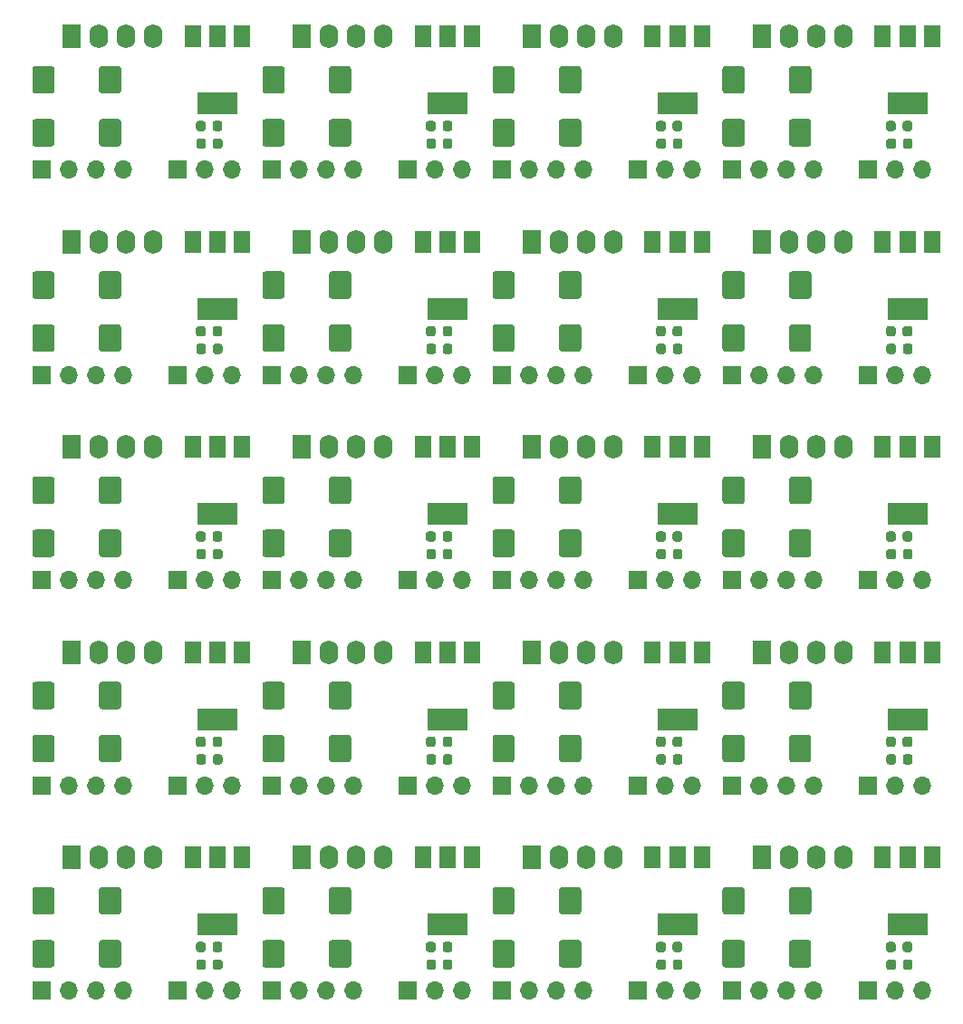
<source format=gbr>
%TF.GenerationSoftware,KiCad,Pcbnew,(5.1.10)-1*%
%TF.CreationDate,2022-01-17T19:02:25+07:00*%
%TF.ProjectId,DC5V_DC5V3V3_v3_pnlz4x5,44433556-5f44-4433-9556-3356335f7633,rev?*%
%TF.SameCoordinates,Original*%
%TF.FileFunction,Soldermask,Top*%
%TF.FilePolarity,Negative*%
%FSLAX46Y46*%
G04 Gerber Fmt 4.6, Leading zero omitted, Abs format (unit mm)*
G04 Created by KiCad (PCBNEW (5.1.10)-1) date 2022-01-17 19:02:25*
%MOMM*%
%LPD*%
G01*
G04 APERTURE LIST*
%ADD10O,1.750000X2.250000*%
%ADD11R,1.750000X2.250000*%
%ADD12R,3.800000X2.000000*%
%ADD13R,1.500000X2.000000*%
%ADD14R,1.700000X1.700000*%
%ADD15O,1.700000X1.700000*%
G04 APERTURE END LIST*
D10*
%TO.C,PS1*%
X176266000Y-152688000D03*
X173726000Y-152688000D03*
X171186000Y-152688000D03*
D11*
X168646000Y-152688000D03*
%TD*%
D10*
%TO.C,PS1*%
X154766000Y-152688000D03*
X152226000Y-152688000D03*
X149686000Y-152688000D03*
D11*
X147146000Y-152688000D03*
%TD*%
D10*
%TO.C,PS1*%
X133266000Y-152688000D03*
X130726000Y-152688000D03*
X128186000Y-152688000D03*
D11*
X125646000Y-152688000D03*
%TD*%
D10*
%TO.C,PS1*%
X111766000Y-152688000D03*
X109226000Y-152688000D03*
X106686000Y-152688000D03*
D11*
X104146000Y-152688000D03*
%TD*%
D10*
%TO.C,PS1*%
X176266000Y-133511000D03*
X173726000Y-133511000D03*
X171186000Y-133511000D03*
D11*
X168646000Y-133511000D03*
%TD*%
D10*
%TO.C,PS1*%
X154766000Y-133511000D03*
X152226000Y-133511000D03*
X149686000Y-133511000D03*
D11*
X147146000Y-133511000D03*
%TD*%
D10*
%TO.C,PS1*%
X133266000Y-133511000D03*
X130726000Y-133511000D03*
X128186000Y-133511000D03*
D11*
X125646000Y-133511000D03*
%TD*%
D10*
%TO.C,PS1*%
X111766000Y-133511000D03*
X109226000Y-133511000D03*
X106686000Y-133511000D03*
D11*
X104146000Y-133511000D03*
%TD*%
D10*
%TO.C,PS1*%
X176266000Y-114334000D03*
X173726000Y-114334000D03*
X171186000Y-114334000D03*
D11*
X168646000Y-114334000D03*
%TD*%
D10*
%TO.C,PS1*%
X154766000Y-114334000D03*
X152226000Y-114334000D03*
X149686000Y-114334000D03*
D11*
X147146000Y-114334000D03*
%TD*%
D10*
%TO.C,PS1*%
X133266000Y-114334000D03*
X130726000Y-114334000D03*
X128186000Y-114334000D03*
D11*
X125646000Y-114334000D03*
%TD*%
D10*
%TO.C,PS1*%
X111766000Y-114334000D03*
X109226000Y-114334000D03*
X106686000Y-114334000D03*
D11*
X104146000Y-114334000D03*
%TD*%
D10*
%TO.C,PS1*%
X176266000Y-95157000D03*
X173726000Y-95157000D03*
X171186000Y-95157000D03*
D11*
X168646000Y-95157000D03*
%TD*%
D10*
%TO.C,PS1*%
X154766000Y-95157000D03*
X152226000Y-95157000D03*
X149686000Y-95157000D03*
D11*
X147146000Y-95157000D03*
%TD*%
D10*
%TO.C,PS1*%
X133266000Y-95157000D03*
X130726000Y-95157000D03*
X128186000Y-95157000D03*
D11*
X125646000Y-95157000D03*
%TD*%
D10*
%TO.C,PS1*%
X111766000Y-95157000D03*
X109226000Y-95157000D03*
X106686000Y-95157000D03*
D11*
X104146000Y-95157000D03*
%TD*%
D10*
%TO.C,PS1*%
X176266000Y-75980000D03*
X173726000Y-75980000D03*
X171186000Y-75980000D03*
D11*
X168646000Y-75980000D03*
%TD*%
D10*
%TO.C,PS1*%
X154766000Y-75980000D03*
X152226000Y-75980000D03*
X149686000Y-75980000D03*
D11*
X147146000Y-75980000D03*
%TD*%
D10*
%TO.C,PS1*%
X133266000Y-75980000D03*
X130726000Y-75980000D03*
X128186000Y-75980000D03*
D11*
X125646000Y-75980000D03*
%TD*%
%TO.C,C7*%
G36*
G01*
X164941500Y-157777000D02*
X164941500Y-155727000D01*
G75*
G02*
X165191500Y-155477000I250000J0D01*
G01*
X166766500Y-155477000D01*
G75*
G02*
X167016500Y-155727000I0J-250000D01*
G01*
X167016500Y-157777000D01*
G75*
G02*
X166766500Y-158027000I-250000J0D01*
G01*
X165191500Y-158027000D01*
G75*
G02*
X164941500Y-157777000I0J250000D01*
G01*
G37*
G36*
G01*
X171166500Y-157777000D02*
X171166500Y-155727000D01*
G75*
G02*
X171416500Y-155477000I250000J0D01*
G01*
X172991500Y-155477000D01*
G75*
G02*
X173241500Y-155727000I0J-250000D01*
G01*
X173241500Y-157777000D01*
G75*
G02*
X172991500Y-158027000I-250000J0D01*
G01*
X171416500Y-158027000D01*
G75*
G02*
X171166500Y-157777000I0J250000D01*
G01*
G37*
%TD*%
%TO.C,C7*%
G36*
G01*
X143441500Y-157777000D02*
X143441500Y-155727000D01*
G75*
G02*
X143691500Y-155477000I250000J0D01*
G01*
X145266500Y-155477000D01*
G75*
G02*
X145516500Y-155727000I0J-250000D01*
G01*
X145516500Y-157777000D01*
G75*
G02*
X145266500Y-158027000I-250000J0D01*
G01*
X143691500Y-158027000D01*
G75*
G02*
X143441500Y-157777000I0J250000D01*
G01*
G37*
G36*
G01*
X149666500Y-157777000D02*
X149666500Y-155727000D01*
G75*
G02*
X149916500Y-155477000I250000J0D01*
G01*
X151491500Y-155477000D01*
G75*
G02*
X151741500Y-155727000I0J-250000D01*
G01*
X151741500Y-157777000D01*
G75*
G02*
X151491500Y-158027000I-250000J0D01*
G01*
X149916500Y-158027000D01*
G75*
G02*
X149666500Y-157777000I0J250000D01*
G01*
G37*
%TD*%
%TO.C,C7*%
G36*
G01*
X121941500Y-157777000D02*
X121941500Y-155727000D01*
G75*
G02*
X122191500Y-155477000I250000J0D01*
G01*
X123766500Y-155477000D01*
G75*
G02*
X124016500Y-155727000I0J-250000D01*
G01*
X124016500Y-157777000D01*
G75*
G02*
X123766500Y-158027000I-250000J0D01*
G01*
X122191500Y-158027000D01*
G75*
G02*
X121941500Y-157777000I0J250000D01*
G01*
G37*
G36*
G01*
X128166500Y-157777000D02*
X128166500Y-155727000D01*
G75*
G02*
X128416500Y-155477000I250000J0D01*
G01*
X129991500Y-155477000D01*
G75*
G02*
X130241500Y-155727000I0J-250000D01*
G01*
X130241500Y-157777000D01*
G75*
G02*
X129991500Y-158027000I-250000J0D01*
G01*
X128416500Y-158027000D01*
G75*
G02*
X128166500Y-157777000I0J250000D01*
G01*
G37*
%TD*%
%TO.C,C7*%
G36*
G01*
X100441500Y-157777000D02*
X100441500Y-155727000D01*
G75*
G02*
X100691500Y-155477000I250000J0D01*
G01*
X102266500Y-155477000D01*
G75*
G02*
X102516500Y-155727000I0J-250000D01*
G01*
X102516500Y-157777000D01*
G75*
G02*
X102266500Y-158027000I-250000J0D01*
G01*
X100691500Y-158027000D01*
G75*
G02*
X100441500Y-157777000I0J250000D01*
G01*
G37*
G36*
G01*
X106666500Y-157777000D02*
X106666500Y-155727000D01*
G75*
G02*
X106916500Y-155477000I250000J0D01*
G01*
X108491500Y-155477000D01*
G75*
G02*
X108741500Y-155727000I0J-250000D01*
G01*
X108741500Y-157777000D01*
G75*
G02*
X108491500Y-158027000I-250000J0D01*
G01*
X106916500Y-158027000D01*
G75*
G02*
X106666500Y-157777000I0J250000D01*
G01*
G37*
%TD*%
%TO.C,C7*%
G36*
G01*
X164941500Y-138600000D02*
X164941500Y-136550000D01*
G75*
G02*
X165191500Y-136300000I250000J0D01*
G01*
X166766500Y-136300000D01*
G75*
G02*
X167016500Y-136550000I0J-250000D01*
G01*
X167016500Y-138600000D01*
G75*
G02*
X166766500Y-138850000I-250000J0D01*
G01*
X165191500Y-138850000D01*
G75*
G02*
X164941500Y-138600000I0J250000D01*
G01*
G37*
G36*
G01*
X171166500Y-138600000D02*
X171166500Y-136550000D01*
G75*
G02*
X171416500Y-136300000I250000J0D01*
G01*
X172991500Y-136300000D01*
G75*
G02*
X173241500Y-136550000I0J-250000D01*
G01*
X173241500Y-138600000D01*
G75*
G02*
X172991500Y-138850000I-250000J0D01*
G01*
X171416500Y-138850000D01*
G75*
G02*
X171166500Y-138600000I0J250000D01*
G01*
G37*
%TD*%
%TO.C,C7*%
G36*
G01*
X143441500Y-138600000D02*
X143441500Y-136550000D01*
G75*
G02*
X143691500Y-136300000I250000J0D01*
G01*
X145266500Y-136300000D01*
G75*
G02*
X145516500Y-136550000I0J-250000D01*
G01*
X145516500Y-138600000D01*
G75*
G02*
X145266500Y-138850000I-250000J0D01*
G01*
X143691500Y-138850000D01*
G75*
G02*
X143441500Y-138600000I0J250000D01*
G01*
G37*
G36*
G01*
X149666500Y-138600000D02*
X149666500Y-136550000D01*
G75*
G02*
X149916500Y-136300000I250000J0D01*
G01*
X151491500Y-136300000D01*
G75*
G02*
X151741500Y-136550000I0J-250000D01*
G01*
X151741500Y-138600000D01*
G75*
G02*
X151491500Y-138850000I-250000J0D01*
G01*
X149916500Y-138850000D01*
G75*
G02*
X149666500Y-138600000I0J250000D01*
G01*
G37*
%TD*%
%TO.C,C7*%
G36*
G01*
X121941500Y-138600000D02*
X121941500Y-136550000D01*
G75*
G02*
X122191500Y-136300000I250000J0D01*
G01*
X123766500Y-136300000D01*
G75*
G02*
X124016500Y-136550000I0J-250000D01*
G01*
X124016500Y-138600000D01*
G75*
G02*
X123766500Y-138850000I-250000J0D01*
G01*
X122191500Y-138850000D01*
G75*
G02*
X121941500Y-138600000I0J250000D01*
G01*
G37*
G36*
G01*
X128166500Y-138600000D02*
X128166500Y-136550000D01*
G75*
G02*
X128416500Y-136300000I250000J0D01*
G01*
X129991500Y-136300000D01*
G75*
G02*
X130241500Y-136550000I0J-250000D01*
G01*
X130241500Y-138600000D01*
G75*
G02*
X129991500Y-138850000I-250000J0D01*
G01*
X128416500Y-138850000D01*
G75*
G02*
X128166500Y-138600000I0J250000D01*
G01*
G37*
%TD*%
%TO.C,C7*%
G36*
G01*
X100441500Y-138600000D02*
X100441500Y-136550000D01*
G75*
G02*
X100691500Y-136300000I250000J0D01*
G01*
X102266500Y-136300000D01*
G75*
G02*
X102516500Y-136550000I0J-250000D01*
G01*
X102516500Y-138600000D01*
G75*
G02*
X102266500Y-138850000I-250000J0D01*
G01*
X100691500Y-138850000D01*
G75*
G02*
X100441500Y-138600000I0J250000D01*
G01*
G37*
G36*
G01*
X106666500Y-138600000D02*
X106666500Y-136550000D01*
G75*
G02*
X106916500Y-136300000I250000J0D01*
G01*
X108491500Y-136300000D01*
G75*
G02*
X108741500Y-136550000I0J-250000D01*
G01*
X108741500Y-138600000D01*
G75*
G02*
X108491500Y-138850000I-250000J0D01*
G01*
X106916500Y-138850000D01*
G75*
G02*
X106666500Y-138600000I0J250000D01*
G01*
G37*
%TD*%
%TO.C,C7*%
G36*
G01*
X164941500Y-119423000D02*
X164941500Y-117373000D01*
G75*
G02*
X165191500Y-117123000I250000J0D01*
G01*
X166766500Y-117123000D01*
G75*
G02*
X167016500Y-117373000I0J-250000D01*
G01*
X167016500Y-119423000D01*
G75*
G02*
X166766500Y-119673000I-250000J0D01*
G01*
X165191500Y-119673000D01*
G75*
G02*
X164941500Y-119423000I0J250000D01*
G01*
G37*
G36*
G01*
X171166500Y-119423000D02*
X171166500Y-117373000D01*
G75*
G02*
X171416500Y-117123000I250000J0D01*
G01*
X172991500Y-117123000D01*
G75*
G02*
X173241500Y-117373000I0J-250000D01*
G01*
X173241500Y-119423000D01*
G75*
G02*
X172991500Y-119673000I-250000J0D01*
G01*
X171416500Y-119673000D01*
G75*
G02*
X171166500Y-119423000I0J250000D01*
G01*
G37*
%TD*%
%TO.C,C7*%
G36*
G01*
X143441500Y-119423000D02*
X143441500Y-117373000D01*
G75*
G02*
X143691500Y-117123000I250000J0D01*
G01*
X145266500Y-117123000D01*
G75*
G02*
X145516500Y-117373000I0J-250000D01*
G01*
X145516500Y-119423000D01*
G75*
G02*
X145266500Y-119673000I-250000J0D01*
G01*
X143691500Y-119673000D01*
G75*
G02*
X143441500Y-119423000I0J250000D01*
G01*
G37*
G36*
G01*
X149666500Y-119423000D02*
X149666500Y-117373000D01*
G75*
G02*
X149916500Y-117123000I250000J0D01*
G01*
X151491500Y-117123000D01*
G75*
G02*
X151741500Y-117373000I0J-250000D01*
G01*
X151741500Y-119423000D01*
G75*
G02*
X151491500Y-119673000I-250000J0D01*
G01*
X149916500Y-119673000D01*
G75*
G02*
X149666500Y-119423000I0J250000D01*
G01*
G37*
%TD*%
%TO.C,C7*%
G36*
G01*
X121941500Y-119423000D02*
X121941500Y-117373000D01*
G75*
G02*
X122191500Y-117123000I250000J0D01*
G01*
X123766500Y-117123000D01*
G75*
G02*
X124016500Y-117373000I0J-250000D01*
G01*
X124016500Y-119423000D01*
G75*
G02*
X123766500Y-119673000I-250000J0D01*
G01*
X122191500Y-119673000D01*
G75*
G02*
X121941500Y-119423000I0J250000D01*
G01*
G37*
G36*
G01*
X128166500Y-119423000D02*
X128166500Y-117373000D01*
G75*
G02*
X128416500Y-117123000I250000J0D01*
G01*
X129991500Y-117123000D01*
G75*
G02*
X130241500Y-117373000I0J-250000D01*
G01*
X130241500Y-119423000D01*
G75*
G02*
X129991500Y-119673000I-250000J0D01*
G01*
X128416500Y-119673000D01*
G75*
G02*
X128166500Y-119423000I0J250000D01*
G01*
G37*
%TD*%
%TO.C,C7*%
G36*
G01*
X100441500Y-119423000D02*
X100441500Y-117373000D01*
G75*
G02*
X100691500Y-117123000I250000J0D01*
G01*
X102266500Y-117123000D01*
G75*
G02*
X102516500Y-117373000I0J-250000D01*
G01*
X102516500Y-119423000D01*
G75*
G02*
X102266500Y-119673000I-250000J0D01*
G01*
X100691500Y-119673000D01*
G75*
G02*
X100441500Y-119423000I0J250000D01*
G01*
G37*
G36*
G01*
X106666500Y-119423000D02*
X106666500Y-117373000D01*
G75*
G02*
X106916500Y-117123000I250000J0D01*
G01*
X108491500Y-117123000D01*
G75*
G02*
X108741500Y-117373000I0J-250000D01*
G01*
X108741500Y-119423000D01*
G75*
G02*
X108491500Y-119673000I-250000J0D01*
G01*
X106916500Y-119673000D01*
G75*
G02*
X106666500Y-119423000I0J250000D01*
G01*
G37*
%TD*%
%TO.C,C7*%
G36*
G01*
X164941500Y-100246000D02*
X164941500Y-98196000D01*
G75*
G02*
X165191500Y-97946000I250000J0D01*
G01*
X166766500Y-97946000D01*
G75*
G02*
X167016500Y-98196000I0J-250000D01*
G01*
X167016500Y-100246000D01*
G75*
G02*
X166766500Y-100496000I-250000J0D01*
G01*
X165191500Y-100496000D01*
G75*
G02*
X164941500Y-100246000I0J250000D01*
G01*
G37*
G36*
G01*
X171166500Y-100246000D02*
X171166500Y-98196000D01*
G75*
G02*
X171416500Y-97946000I250000J0D01*
G01*
X172991500Y-97946000D01*
G75*
G02*
X173241500Y-98196000I0J-250000D01*
G01*
X173241500Y-100246000D01*
G75*
G02*
X172991500Y-100496000I-250000J0D01*
G01*
X171416500Y-100496000D01*
G75*
G02*
X171166500Y-100246000I0J250000D01*
G01*
G37*
%TD*%
%TO.C,C7*%
G36*
G01*
X143441500Y-100246000D02*
X143441500Y-98196000D01*
G75*
G02*
X143691500Y-97946000I250000J0D01*
G01*
X145266500Y-97946000D01*
G75*
G02*
X145516500Y-98196000I0J-250000D01*
G01*
X145516500Y-100246000D01*
G75*
G02*
X145266500Y-100496000I-250000J0D01*
G01*
X143691500Y-100496000D01*
G75*
G02*
X143441500Y-100246000I0J250000D01*
G01*
G37*
G36*
G01*
X149666500Y-100246000D02*
X149666500Y-98196000D01*
G75*
G02*
X149916500Y-97946000I250000J0D01*
G01*
X151491500Y-97946000D01*
G75*
G02*
X151741500Y-98196000I0J-250000D01*
G01*
X151741500Y-100246000D01*
G75*
G02*
X151491500Y-100496000I-250000J0D01*
G01*
X149916500Y-100496000D01*
G75*
G02*
X149666500Y-100246000I0J250000D01*
G01*
G37*
%TD*%
%TO.C,C7*%
G36*
G01*
X121941500Y-100246000D02*
X121941500Y-98196000D01*
G75*
G02*
X122191500Y-97946000I250000J0D01*
G01*
X123766500Y-97946000D01*
G75*
G02*
X124016500Y-98196000I0J-250000D01*
G01*
X124016500Y-100246000D01*
G75*
G02*
X123766500Y-100496000I-250000J0D01*
G01*
X122191500Y-100496000D01*
G75*
G02*
X121941500Y-100246000I0J250000D01*
G01*
G37*
G36*
G01*
X128166500Y-100246000D02*
X128166500Y-98196000D01*
G75*
G02*
X128416500Y-97946000I250000J0D01*
G01*
X129991500Y-97946000D01*
G75*
G02*
X130241500Y-98196000I0J-250000D01*
G01*
X130241500Y-100246000D01*
G75*
G02*
X129991500Y-100496000I-250000J0D01*
G01*
X128416500Y-100496000D01*
G75*
G02*
X128166500Y-100246000I0J250000D01*
G01*
G37*
%TD*%
%TO.C,C7*%
G36*
G01*
X100441500Y-100246000D02*
X100441500Y-98196000D01*
G75*
G02*
X100691500Y-97946000I250000J0D01*
G01*
X102266500Y-97946000D01*
G75*
G02*
X102516500Y-98196000I0J-250000D01*
G01*
X102516500Y-100246000D01*
G75*
G02*
X102266500Y-100496000I-250000J0D01*
G01*
X100691500Y-100496000D01*
G75*
G02*
X100441500Y-100246000I0J250000D01*
G01*
G37*
G36*
G01*
X106666500Y-100246000D02*
X106666500Y-98196000D01*
G75*
G02*
X106916500Y-97946000I250000J0D01*
G01*
X108491500Y-97946000D01*
G75*
G02*
X108741500Y-98196000I0J-250000D01*
G01*
X108741500Y-100246000D01*
G75*
G02*
X108491500Y-100496000I-250000J0D01*
G01*
X106916500Y-100496000D01*
G75*
G02*
X106666500Y-100246000I0J250000D01*
G01*
G37*
%TD*%
%TO.C,C7*%
G36*
G01*
X164941500Y-81069000D02*
X164941500Y-79019000D01*
G75*
G02*
X165191500Y-78769000I250000J0D01*
G01*
X166766500Y-78769000D01*
G75*
G02*
X167016500Y-79019000I0J-250000D01*
G01*
X167016500Y-81069000D01*
G75*
G02*
X166766500Y-81319000I-250000J0D01*
G01*
X165191500Y-81319000D01*
G75*
G02*
X164941500Y-81069000I0J250000D01*
G01*
G37*
G36*
G01*
X171166500Y-81069000D02*
X171166500Y-79019000D01*
G75*
G02*
X171416500Y-78769000I250000J0D01*
G01*
X172991500Y-78769000D01*
G75*
G02*
X173241500Y-79019000I0J-250000D01*
G01*
X173241500Y-81069000D01*
G75*
G02*
X172991500Y-81319000I-250000J0D01*
G01*
X171416500Y-81319000D01*
G75*
G02*
X171166500Y-81069000I0J250000D01*
G01*
G37*
%TD*%
%TO.C,C7*%
G36*
G01*
X143441500Y-81069000D02*
X143441500Y-79019000D01*
G75*
G02*
X143691500Y-78769000I250000J0D01*
G01*
X145266500Y-78769000D01*
G75*
G02*
X145516500Y-79019000I0J-250000D01*
G01*
X145516500Y-81069000D01*
G75*
G02*
X145266500Y-81319000I-250000J0D01*
G01*
X143691500Y-81319000D01*
G75*
G02*
X143441500Y-81069000I0J250000D01*
G01*
G37*
G36*
G01*
X149666500Y-81069000D02*
X149666500Y-79019000D01*
G75*
G02*
X149916500Y-78769000I250000J0D01*
G01*
X151491500Y-78769000D01*
G75*
G02*
X151741500Y-79019000I0J-250000D01*
G01*
X151741500Y-81069000D01*
G75*
G02*
X151491500Y-81319000I-250000J0D01*
G01*
X149916500Y-81319000D01*
G75*
G02*
X149666500Y-81069000I0J250000D01*
G01*
G37*
%TD*%
%TO.C,C7*%
G36*
G01*
X121941500Y-81069000D02*
X121941500Y-79019000D01*
G75*
G02*
X122191500Y-78769000I250000J0D01*
G01*
X123766500Y-78769000D01*
G75*
G02*
X124016500Y-79019000I0J-250000D01*
G01*
X124016500Y-81069000D01*
G75*
G02*
X123766500Y-81319000I-250000J0D01*
G01*
X122191500Y-81319000D01*
G75*
G02*
X121941500Y-81069000I0J250000D01*
G01*
G37*
G36*
G01*
X128166500Y-81069000D02*
X128166500Y-79019000D01*
G75*
G02*
X128416500Y-78769000I250000J0D01*
G01*
X129991500Y-78769000D01*
G75*
G02*
X130241500Y-79019000I0J-250000D01*
G01*
X130241500Y-81069000D01*
G75*
G02*
X129991500Y-81319000I-250000J0D01*
G01*
X128416500Y-81319000D01*
G75*
G02*
X128166500Y-81069000I0J250000D01*
G01*
G37*
%TD*%
%TO.C,C8*%
G36*
G01*
X164939500Y-162730000D02*
X164939500Y-160680000D01*
G75*
G02*
X165189500Y-160430000I250000J0D01*
G01*
X166764500Y-160430000D01*
G75*
G02*
X167014500Y-160680000I0J-250000D01*
G01*
X167014500Y-162730000D01*
G75*
G02*
X166764500Y-162980000I-250000J0D01*
G01*
X165189500Y-162980000D01*
G75*
G02*
X164939500Y-162730000I0J250000D01*
G01*
G37*
G36*
G01*
X171164500Y-162730000D02*
X171164500Y-160680000D01*
G75*
G02*
X171414500Y-160430000I250000J0D01*
G01*
X172989500Y-160430000D01*
G75*
G02*
X173239500Y-160680000I0J-250000D01*
G01*
X173239500Y-162730000D01*
G75*
G02*
X172989500Y-162980000I-250000J0D01*
G01*
X171414500Y-162980000D01*
G75*
G02*
X171164500Y-162730000I0J250000D01*
G01*
G37*
%TD*%
%TO.C,C8*%
G36*
G01*
X143439500Y-162730000D02*
X143439500Y-160680000D01*
G75*
G02*
X143689500Y-160430000I250000J0D01*
G01*
X145264500Y-160430000D01*
G75*
G02*
X145514500Y-160680000I0J-250000D01*
G01*
X145514500Y-162730000D01*
G75*
G02*
X145264500Y-162980000I-250000J0D01*
G01*
X143689500Y-162980000D01*
G75*
G02*
X143439500Y-162730000I0J250000D01*
G01*
G37*
G36*
G01*
X149664500Y-162730000D02*
X149664500Y-160680000D01*
G75*
G02*
X149914500Y-160430000I250000J0D01*
G01*
X151489500Y-160430000D01*
G75*
G02*
X151739500Y-160680000I0J-250000D01*
G01*
X151739500Y-162730000D01*
G75*
G02*
X151489500Y-162980000I-250000J0D01*
G01*
X149914500Y-162980000D01*
G75*
G02*
X149664500Y-162730000I0J250000D01*
G01*
G37*
%TD*%
%TO.C,C8*%
G36*
G01*
X121939500Y-162730000D02*
X121939500Y-160680000D01*
G75*
G02*
X122189500Y-160430000I250000J0D01*
G01*
X123764500Y-160430000D01*
G75*
G02*
X124014500Y-160680000I0J-250000D01*
G01*
X124014500Y-162730000D01*
G75*
G02*
X123764500Y-162980000I-250000J0D01*
G01*
X122189500Y-162980000D01*
G75*
G02*
X121939500Y-162730000I0J250000D01*
G01*
G37*
G36*
G01*
X128164500Y-162730000D02*
X128164500Y-160680000D01*
G75*
G02*
X128414500Y-160430000I250000J0D01*
G01*
X129989500Y-160430000D01*
G75*
G02*
X130239500Y-160680000I0J-250000D01*
G01*
X130239500Y-162730000D01*
G75*
G02*
X129989500Y-162980000I-250000J0D01*
G01*
X128414500Y-162980000D01*
G75*
G02*
X128164500Y-162730000I0J250000D01*
G01*
G37*
%TD*%
%TO.C,C8*%
G36*
G01*
X100439500Y-162730000D02*
X100439500Y-160680000D01*
G75*
G02*
X100689500Y-160430000I250000J0D01*
G01*
X102264500Y-160430000D01*
G75*
G02*
X102514500Y-160680000I0J-250000D01*
G01*
X102514500Y-162730000D01*
G75*
G02*
X102264500Y-162980000I-250000J0D01*
G01*
X100689500Y-162980000D01*
G75*
G02*
X100439500Y-162730000I0J250000D01*
G01*
G37*
G36*
G01*
X106664500Y-162730000D02*
X106664500Y-160680000D01*
G75*
G02*
X106914500Y-160430000I250000J0D01*
G01*
X108489500Y-160430000D01*
G75*
G02*
X108739500Y-160680000I0J-250000D01*
G01*
X108739500Y-162730000D01*
G75*
G02*
X108489500Y-162980000I-250000J0D01*
G01*
X106914500Y-162980000D01*
G75*
G02*
X106664500Y-162730000I0J250000D01*
G01*
G37*
%TD*%
%TO.C,C8*%
G36*
G01*
X164939500Y-143553000D02*
X164939500Y-141503000D01*
G75*
G02*
X165189500Y-141253000I250000J0D01*
G01*
X166764500Y-141253000D01*
G75*
G02*
X167014500Y-141503000I0J-250000D01*
G01*
X167014500Y-143553000D01*
G75*
G02*
X166764500Y-143803000I-250000J0D01*
G01*
X165189500Y-143803000D01*
G75*
G02*
X164939500Y-143553000I0J250000D01*
G01*
G37*
G36*
G01*
X171164500Y-143553000D02*
X171164500Y-141503000D01*
G75*
G02*
X171414500Y-141253000I250000J0D01*
G01*
X172989500Y-141253000D01*
G75*
G02*
X173239500Y-141503000I0J-250000D01*
G01*
X173239500Y-143553000D01*
G75*
G02*
X172989500Y-143803000I-250000J0D01*
G01*
X171414500Y-143803000D01*
G75*
G02*
X171164500Y-143553000I0J250000D01*
G01*
G37*
%TD*%
%TO.C,C8*%
G36*
G01*
X143439500Y-143553000D02*
X143439500Y-141503000D01*
G75*
G02*
X143689500Y-141253000I250000J0D01*
G01*
X145264500Y-141253000D01*
G75*
G02*
X145514500Y-141503000I0J-250000D01*
G01*
X145514500Y-143553000D01*
G75*
G02*
X145264500Y-143803000I-250000J0D01*
G01*
X143689500Y-143803000D01*
G75*
G02*
X143439500Y-143553000I0J250000D01*
G01*
G37*
G36*
G01*
X149664500Y-143553000D02*
X149664500Y-141503000D01*
G75*
G02*
X149914500Y-141253000I250000J0D01*
G01*
X151489500Y-141253000D01*
G75*
G02*
X151739500Y-141503000I0J-250000D01*
G01*
X151739500Y-143553000D01*
G75*
G02*
X151489500Y-143803000I-250000J0D01*
G01*
X149914500Y-143803000D01*
G75*
G02*
X149664500Y-143553000I0J250000D01*
G01*
G37*
%TD*%
%TO.C,C8*%
G36*
G01*
X121939500Y-143553000D02*
X121939500Y-141503000D01*
G75*
G02*
X122189500Y-141253000I250000J0D01*
G01*
X123764500Y-141253000D01*
G75*
G02*
X124014500Y-141503000I0J-250000D01*
G01*
X124014500Y-143553000D01*
G75*
G02*
X123764500Y-143803000I-250000J0D01*
G01*
X122189500Y-143803000D01*
G75*
G02*
X121939500Y-143553000I0J250000D01*
G01*
G37*
G36*
G01*
X128164500Y-143553000D02*
X128164500Y-141503000D01*
G75*
G02*
X128414500Y-141253000I250000J0D01*
G01*
X129989500Y-141253000D01*
G75*
G02*
X130239500Y-141503000I0J-250000D01*
G01*
X130239500Y-143553000D01*
G75*
G02*
X129989500Y-143803000I-250000J0D01*
G01*
X128414500Y-143803000D01*
G75*
G02*
X128164500Y-143553000I0J250000D01*
G01*
G37*
%TD*%
%TO.C,C8*%
G36*
G01*
X100439500Y-143553000D02*
X100439500Y-141503000D01*
G75*
G02*
X100689500Y-141253000I250000J0D01*
G01*
X102264500Y-141253000D01*
G75*
G02*
X102514500Y-141503000I0J-250000D01*
G01*
X102514500Y-143553000D01*
G75*
G02*
X102264500Y-143803000I-250000J0D01*
G01*
X100689500Y-143803000D01*
G75*
G02*
X100439500Y-143553000I0J250000D01*
G01*
G37*
G36*
G01*
X106664500Y-143553000D02*
X106664500Y-141503000D01*
G75*
G02*
X106914500Y-141253000I250000J0D01*
G01*
X108489500Y-141253000D01*
G75*
G02*
X108739500Y-141503000I0J-250000D01*
G01*
X108739500Y-143553000D01*
G75*
G02*
X108489500Y-143803000I-250000J0D01*
G01*
X106914500Y-143803000D01*
G75*
G02*
X106664500Y-143553000I0J250000D01*
G01*
G37*
%TD*%
%TO.C,C8*%
G36*
G01*
X164939500Y-124376000D02*
X164939500Y-122326000D01*
G75*
G02*
X165189500Y-122076000I250000J0D01*
G01*
X166764500Y-122076000D01*
G75*
G02*
X167014500Y-122326000I0J-250000D01*
G01*
X167014500Y-124376000D01*
G75*
G02*
X166764500Y-124626000I-250000J0D01*
G01*
X165189500Y-124626000D01*
G75*
G02*
X164939500Y-124376000I0J250000D01*
G01*
G37*
G36*
G01*
X171164500Y-124376000D02*
X171164500Y-122326000D01*
G75*
G02*
X171414500Y-122076000I250000J0D01*
G01*
X172989500Y-122076000D01*
G75*
G02*
X173239500Y-122326000I0J-250000D01*
G01*
X173239500Y-124376000D01*
G75*
G02*
X172989500Y-124626000I-250000J0D01*
G01*
X171414500Y-124626000D01*
G75*
G02*
X171164500Y-124376000I0J250000D01*
G01*
G37*
%TD*%
%TO.C,C8*%
G36*
G01*
X143439500Y-124376000D02*
X143439500Y-122326000D01*
G75*
G02*
X143689500Y-122076000I250000J0D01*
G01*
X145264500Y-122076000D01*
G75*
G02*
X145514500Y-122326000I0J-250000D01*
G01*
X145514500Y-124376000D01*
G75*
G02*
X145264500Y-124626000I-250000J0D01*
G01*
X143689500Y-124626000D01*
G75*
G02*
X143439500Y-124376000I0J250000D01*
G01*
G37*
G36*
G01*
X149664500Y-124376000D02*
X149664500Y-122326000D01*
G75*
G02*
X149914500Y-122076000I250000J0D01*
G01*
X151489500Y-122076000D01*
G75*
G02*
X151739500Y-122326000I0J-250000D01*
G01*
X151739500Y-124376000D01*
G75*
G02*
X151489500Y-124626000I-250000J0D01*
G01*
X149914500Y-124626000D01*
G75*
G02*
X149664500Y-124376000I0J250000D01*
G01*
G37*
%TD*%
%TO.C,C8*%
G36*
G01*
X121939500Y-124376000D02*
X121939500Y-122326000D01*
G75*
G02*
X122189500Y-122076000I250000J0D01*
G01*
X123764500Y-122076000D01*
G75*
G02*
X124014500Y-122326000I0J-250000D01*
G01*
X124014500Y-124376000D01*
G75*
G02*
X123764500Y-124626000I-250000J0D01*
G01*
X122189500Y-124626000D01*
G75*
G02*
X121939500Y-124376000I0J250000D01*
G01*
G37*
G36*
G01*
X128164500Y-124376000D02*
X128164500Y-122326000D01*
G75*
G02*
X128414500Y-122076000I250000J0D01*
G01*
X129989500Y-122076000D01*
G75*
G02*
X130239500Y-122326000I0J-250000D01*
G01*
X130239500Y-124376000D01*
G75*
G02*
X129989500Y-124626000I-250000J0D01*
G01*
X128414500Y-124626000D01*
G75*
G02*
X128164500Y-124376000I0J250000D01*
G01*
G37*
%TD*%
%TO.C,C8*%
G36*
G01*
X100439500Y-124376000D02*
X100439500Y-122326000D01*
G75*
G02*
X100689500Y-122076000I250000J0D01*
G01*
X102264500Y-122076000D01*
G75*
G02*
X102514500Y-122326000I0J-250000D01*
G01*
X102514500Y-124376000D01*
G75*
G02*
X102264500Y-124626000I-250000J0D01*
G01*
X100689500Y-124626000D01*
G75*
G02*
X100439500Y-124376000I0J250000D01*
G01*
G37*
G36*
G01*
X106664500Y-124376000D02*
X106664500Y-122326000D01*
G75*
G02*
X106914500Y-122076000I250000J0D01*
G01*
X108489500Y-122076000D01*
G75*
G02*
X108739500Y-122326000I0J-250000D01*
G01*
X108739500Y-124376000D01*
G75*
G02*
X108489500Y-124626000I-250000J0D01*
G01*
X106914500Y-124626000D01*
G75*
G02*
X106664500Y-124376000I0J250000D01*
G01*
G37*
%TD*%
%TO.C,C8*%
G36*
G01*
X164939500Y-105199000D02*
X164939500Y-103149000D01*
G75*
G02*
X165189500Y-102899000I250000J0D01*
G01*
X166764500Y-102899000D01*
G75*
G02*
X167014500Y-103149000I0J-250000D01*
G01*
X167014500Y-105199000D01*
G75*
G02*
X166764500Y-105449000I-250000J0D01*
G01*
X165189500Y-105449000D01*
G75*
G02*
X164939500Y-105199000I0J250000D01*
G01*
G37*
G36*
G01*
X171164500Y-105199000D02*
X171164500Y-103149000D01*
G75*
G02*
X171414500Y-102899000I250000J0D01*
G01*
X172989500Y-102899000D01*
G75*
G02*
X173239500Y-103149000I0J-250000D01*
G01*
X173239500Y-105199000D01*
G75*
G02*
X172989500Y-105449000I-250000J0D01*
G01*
X171414500Y-105449000D01*
G75*
G02*
X171164500Y-105199000I0J250000D01*
G01*
G37*
%TD*%
%TO.C,C8*%
G36*
G01*
X143439500Y-105199000D02*
X143439500Y-103149000D01*
G75*
G02*
X143689500Y-102899000I250000J0D01*
G01*
X145264500Y-102899000D01*
G75*
G02*
X145514500Y-103149000I0J-250000D01*
G01*
X145514500Y-105199000D01*
G75*
G02*
X145264500Y-105449000I-250000J0D01*
G01*
X143689500Y-105449000D01*
G75*
G02*
X143439500Y-105199000I0J250000D01*
G01*
G37*
G36*
G01*
X149664500Y-105199000D02*
X149664500Y-103149000D01*
G75*
G02*
X149914500Y-102899000I250000J0D01*
G01*
X151489500Y-102899000D01*
G75*
G02*
X151739500Y-103149000I0J-250000D01*
G01*
X151739500Y-105199000D01*
G75*
G02*
X151489500Y-105449000I-250000J0D01*
G01*
X149914500Y-105449000D01*
G75*
G02*
X149664500Y-105199000I0J250000D01*
G01*
G37*
%TD*%
%TO.C,C8*%
G36*
G01*
X121939500Y-105199000D02*
X121939500Y-103149000D01*
G75*
G02*
X122189500Y-102899000I250000J0D01*
G01*
X123764500Y-102899000D01*
G75*
G02*
X124014500Y-103149000I0J-250000D01*
G01*
X124014500Y-105199000D01*
G75*
G02*
X123764500Y-105449000I-250000J0D01*
G01*
X122189500Y-105449000D01*
G75*
G02*
X121939500Y-105199000I0J250000D01*
G01*
G37*
G36*
G01*
X128164500Y-105199000D02*
X128164500Y-103149000D01*
G75*
G02*
X128414500Y-102899000I250000J0D01*
G01*
X129989500Y-102899000D01*
G75*
G02*
X130239500Y-103149000I0J-250000D01*
G01*
X130239500Y-105199000D01*
G75*
G02*
X129989500Y-105449000I-250000J0D01*
G01*
X128414500Y-105449000D01*
G75*
G02*
X128164500Y-105199000I0J250000D01*
G01*
G37*
%TD*%
%TO.C,C8*%
G36*
G01*
X100439500Y-105199000D02*
X100439500Y-103149000D01*
G75*
G02*
X100689500Y-102899000I250000J0D01*
G01*
X102264500Y-102899000D01*
G75*
G02*
X102514500Y-103149000I0J-250000D01*
G01*
X102514500Y-105199000D01*
G75*
G02*
X102264500Y-105449000I-250000J0D01*
G01*
X100689500Y-105449000D01*
G75*
G02*
X100439500Y-105199000I0J250000D01*
G01*
G37*
G36*
G01*
X106664500Y-105199000D02*
X106664500Y-103149000D01*
G75*
G02*
X106914500Y-102899000I250000J0D01*
G01*
X108489500Y-102899000D01*
G75*
G02*
X108739500Y-103149000I0J-250000D01*
G01*
X108739500Y-105199000D01*
G75*
G02*
X108489500Y-105449000I-250000J0D01*
G01*
X106914500Y-105449000D01*
G75*
G02*
X106664500Y-105199000I0J250000D01*
G01*
G37*
%TD*%
%TO.C,C8*%
G36*
G01*
X164939500Y-86022000D02*
X164939500Y-83972000D01*
G75*
G02*
X165189500Y-83722000I250000J0D01*
G01*
X166764500Y-83722000D01*
G75*
G02*
X167014500Y-83972000I0J-250000D01*
G01*
X167014500Y-86022000D01*
G75*
G02*
X166764500Y-86272000I-250000J0D01*
G01*
X165189500Y-86272000D01*
G75*
G02*
X164939500Y-86022000I0J250000D01*
G01*
G37*
G36*
G01*
X171164500Y-86022000D02*
X171164500Y-83972000D01*
G75*
G02*
X171414500Y-83722000I250000J0D01*
G01*
X172989500Y-83722000D01*
G75*
G02*
X173239500Y-83972000I0J-250000D01*
G01*
X173239500Y-86022000D01*
G75*
G02*
X172989500Y-86272000I-250000J0D01*
G01*
X171414500Y-86272000D01*
G75*
G02*
X171164500Y-86022000I0J250000D01*
G01*
G37*
%TD*%
%TO.C,C8*%
G36*
G01*
X143439500Y-86022000D02*
X143439500Y-83972000D01*
G75*
G02*
X143689500Y-83722000I250000J0D01*
G01*
X145264500Y-83722000D01*
G75*
G02*
X145514500Y-83972000I0J-250000D01*
G01*
X145514500Y-86022000D01*
G75*
G02*
X145264500Y-86272000I-250000J0D01*
G01*
X143689500Y-86272000D01*
G75*
G02*
X143439500Y-86022000I0J250000D01*
G01*
G37*
G36*
G01*
X149664500Y-86022000D02*
X149664500Y-83972000D01*
G75*
G02*
X149914500Y-83722000I250000J0D01*
G01*
X151489500Y-83722000D01*
G75*
G02*
X151739500Y-83972000I0J-250000D01*
G01*
X151739500Y-86022000D01*
G75*
G02*
X151489500Y-86272000I-250000J0D01*
G01*
X149914500Y-86272000D01*
G75*
G02*
X149664500Y-86022000I0J250000D01*
G01*
G37*
%TD*%
%TO.C,C8*%
G36*
G01*
X121939500Y-86022000D02*
X121939500Y-83972000D01*
G75*
G02*
X122189500Y-83722000I250000J0D01*
G01*
X123764500Y-83722000D01*
G75*
G02*
X124014500Y-83972000I0J-250000D01*
G01*
X124014500Y-86022000D01*
G75*
G02*
X123764500Y-86272000I-250000J0D01*
G01*
X122189500Y-86272000D01*
G75*
G02*
X121939500Y-86022000I0J250000D01*
G01*
G37*
G36*
G01*
X128164500Y-86022000D02*
X128164500Y-83972000D01*
G75*
G02*
X128414500Y-83722000I250000J0D01*
G01*
X129989500Y-83722000D01*
G75*
G02*
X130239500Y-83972000I0J-250000D01*
G01*
X130239500Y-86022000D01*
G75*
G02*
X129989500Y-86272000I-250000J0D01*
G01*
X128414500Y-86272000D01*
G75*
G02*
X128164500Y-86022000I0J250000D01*
G01*
G37*
%TD*%
%TO.C,C15*%
G36*
G01*
X180235000Y-161320000D02*
X180235000Y-160820000D01*
G75*
G02*
X180460000Y-160595000I225000J0D01*
G01*
X180910000Y-160595000D01*
G75*
G02*
X181135000Y-160820000I0J-225000D01*
G01*
X181135000Y-161320000D01*
G75*
G02*
X180910000Y-161545000I-225000J0D01*
G01*
X180460000Y-161545000D01*
G75*
G02*
X180235000Y-161320000I0J225000D01*
G01*
G37*
G36*
G01*
X181785000Y-161320000D02*
X181785000Y-160820000D01*
G75*
G02*
X182010000Y-160595000I225000J0D01*
G01*
X182460000Y-160595000D01*
G75*
G02*
X182685000Y-160820000I0J-225000D01*
G01*
X182685000Y-161320000D01*
G75*
G02*
X182460000Y-161545000I-225000J0D01*
G01*
X182010000Y-161545000D01*
G75*
G02*
X181785000Y-161320000I0J225000D01*
G01*
G37*
%TD*%
%TO.C,C15*%
G36*
G01*
X158735000Y-161320000D02*
X158735000Y-160820000D01*
G75*
G02*
X158960000Y-160595000I225000J0D01*
G01*
X159410000Y-160595000D01*
G75*
G02*
X159635000Y-160820000I0J-225000D01*
G01*
X159635000Y-161320000D01*
G75*
G02*
X159410000Y-161545000I-225000J0D01*
G01*
X158960000Y-161545000D01*
G75*
G02*
X158735000Y-161320000I0J225000D01*
G01*
G37*
G36*
G01*
X160285000Y-161320000D02*
X160285000Y-160820000D01*
G75*
G02*
X160510000Y-160595000I225000J0D01*
G01*
X160960000Y-160595000D01*
G75*
G02*
X161185000Y-160820000I0J-225000D01*
G01*
X161185000Y-161320000D01*
G75*
G02*
X160960000Y-161545000I-225000J0D01*
G01*
X160510000Y-161545000D01*
G75*
G02*
X160285000Y-161320000I0J225000D01*
G01*
G37*
%TD*%
%TO.C,C15*%
G36*
G01*
X137235000Y-161320000D02*
X137235000Y-160820000D01*
G75*
G02*
X137460000Y-160595000I225000J0D01*
G01*
X137910000Y-160595000D01*
G75*
G02*
X138135000Y-160820000I0J-225000D01*
G01*
X138135000Y-161320000D01*
G75*
G02*
X137910000Y-161545000I-225000J0D01*
G01*
X137460000Y-161545000D01*
G75*
G02*
X137235000Y-161320000I0J225000D01*
G01*
G37*
G36*
G01*
X138785000Y-161320000D02*
X138785000Y-160820000D01*
G75*
G02*
X139010000Y-160595000I225000J0D01*
G01*
X139460000Y-160595000D01*
G75*
G02*
X139685000Y-160820000I0J-225000D01*
G01*
X139685000Y-161320000D01*
G75*
G02*
X139460000Y-161545000I-225000J0D01*
G01*
X139010000Y-161545000D01*
G75*
G02*
X138785000Y-161320000I0J225000D01*
G01*
G37*
%TD*%
%TO.C,C15*%
G36*
G01*
X115735000Y-161320000D02*
X115735000Y-160820000D01*
G75*
G02*
X115960000Y-160595000I225000J0D01*
G01*
X116410000Y-160595000D01*
G75*
G02*
X116635000Y-160820000I0J-225000D01*
G01*
X116635000Y-161320000D01*
G75*
G02*
X116410000Y-161545000I-225000J0D01*
G01*
X115960000Y-161545000D01*
G75*
G02*
X115735000Y-161320000I0J225000D01*
G01*
G37*
G36*
G01*
X117285000Y-161320000D02*
X117285000Y-160820000D01*
G75*
G02*
X117510000Y-160595000I225000J0D01*
G01*
X117960000Y-160595000D01*
G75*
G02*
X118185000Y-160820000I0J-225000D01*
G01*
X118185000Y-161320000D01*
G75*
G02*
X117960000Y-161545000I-225000J0D01*
G01*
X117510000Y-161545000D01*
G75*
G02*
X117285000Y-161320000I0J225000D01*
G01*
G37*
%TD*%
%TO.C,C15*%
G36*
G01*
X180235000Y-142143000D02*
X180235000Y-141643000D01*
G75*
G02*
X180460000Y-141418000I225000J0D01*
G01*
X180910000Y-141418000D01*
G75*
G02*
X181135000Y-141643000I0J-225000D01*
G01*
X181135000Y-142143000D01*
G75*
G02*
X180910000Y-142368000I-225000J0D01*
G01*
X180460000Y-142368000D01*
G75*
G02*
X180235000Y-142143000I0J225000D01*
G01*
G37*
G36*
G01*
X181785000Y-142143000D02*
X181785000Y-141643000D01*
G75*
G02*
X182010000Y-141418000I225000J0D01*
G01*
X182460000Y-141418000D01*
G75*
G02*
X182685000Y-141643000I0J-225000D01*
G01*
X182685000Y-142143000D01*
G75*
G02*
X182460000Y-142368000I-225000J0D01*
G01*
X182010000Y-142368000D01*
G75*
G02*
X181785000Y-142143000I0J225000D01*
G01*
G37*
%TD*%
%TO.C,C15*%
G36*
G01*
X158735000Y-142143000D02*
X158735000Y-141643000D01*
G75*
G02*
X158960000Y-141418000I225000J0D01*
G01*
X159410000Y-141418000D01*
G75*
G02*
X159635000Y-141643000I0J-225000D01*
G01*
X159635000Y-142143000D01*
G75*
G02*
X159410000Y-142368000I-225000J0D01*
G01*
X158960000Y-142368000D01*
G75*
G02*
X158735000Y-142143000I0J225000D01*
G01*
G37*
G36*
G01*
X160285000Y-142143000D02*
X160285000Y-141643000D01*
G75*
G02*
X160510000Y-141418000I225000J0D01*
G01*
X160960000Y-141418000D01*
G75*
G02*
X161185000Y-141643000I0J-225000D01*
G01*
X161185000Y-142143000D01*
G75*
G02*
X160960000Y-142368000I-225000J0D01*
G01*
X160510000Y-142368000D01*
G75*
G02*
X160285000Y-142143000I0J225000D01*
G01*
G37*
%TD*%
%TO.C,C15*%
G36*
G01*
X137235000Y-142143000D02*
X137235000Y-141643000D01*
G75*
G02*
X137460000Y-141418000I225000J0D01*
G01*
X137910000Y-141418000D01*
G75*
G02*
X138135000Y-141643000I0J-225000D01*
G01*
X138135000Y-142143000D01*
G75*
G02*
X137910000Y-142368000I-225000J0D01*
G01*
X137460000Y-142368000D01*
G75*
G02*
X137235000Y-142143000I0J225000D01*
G01*
G37*
G36*
G01*
X138785000Y-142143000D02*
X138785000Y-141643000D01*
G75*
G02*
X139010000Y-141418000I225000J0D01*
G01*
X139460000Y-141418000D01*
G75*
G02*
X139685000Y-141643000I0J-225000D01*
G01*
X139685000Y-142143000D01*
G75*
G02*
X139460000Y-142368000I-225000J0D01*
G01*
X139010000Y-142368000D01*
G75*
G02*
X138785000Y-142143000I0J225000D01*
G01*
G37*
%TD*%
%TO.C,C15*%
G36*
G01*
X115735000Y-142143000D02*
X115735000Y-141643000D01*
G75*
G02*
X115960000Y-141418000I225000J0D01*
G01*
X116410000Y-141418000D01*
G75*
G02*
X116635000Y-141643000I0J-225000D01*
G01*
X116635000Y-142143000D01*
G75*
G02*
X116410000Y-142368000I-225000J0D01*
G01*
X115960000Y-142368000D01*
G75*
G02*
X115735000Y-142143000I0J225000D01*
G01*
G37*
G36*
G01*
X117285000Y-142143000D02*
X117285000Y-141643000D01*
G75*
G02*
X117510000Y-141418000I225000J0D01*
G01*
X117960000Y-141418000D01*
G75*
G02*
X118185000Y-141643000I0J-225000D01*
G01*
X118185000Y-142143000D01*
G75*
G02*
X117960000Y-142368000I-225000J0D01*
G01*
X117510000Y-142368000D01*
G75*
G02*
X117285000Y-142143000I0J225000D01*
G01*
G37*
%TD*%
%TO.C,C15*%
G36*
G01*
X180235000Y-122966000D02*
X180235000Y-122466000D01*
G75*
G02*
X180460000Y-122241000I225000J0D01*
G01*
X180910000Y-122241000D01*
G75*
G02*
X181135000Y-122466000I0J-225000D01*
G01*
X181135000Y-122966000D01*
G75*
G02*
X180910000Y-123191000I-225000J0D01*
G01*
X180460000Y-123191000D01*
G75*
G02*
X180235000Y-122966000I0J225000D01*
G01*
G37*
G36*
G01*
X181785000Y-122966000D02*
X181785000Y-122466000D01*
G75*
G02*
X182010000Y-122241000I225000J0D01*
G01*
X182460000Y-122241000D01*
G75*
G02*
X182685000Y-122466000I0J-225000D01*
G01*
X182685000Y-122966000D01*
G75*
G02*
X182460000Y-123191000I-225000J0D01*
G01*
X182010000Y-123191000D01*
G75*
G02*
X181785000Y-122966000I0J225000D01*
G01*
G37*
%TD*%
%TO.C,C15*%
G36*
G01*
X158735000Y-122966000D02*
X158735000Y-122466000D01*
G75*
G02*
X158960000Y-122241000I225000J0D01*
G01*
X159410000Y-122241000D01*
G75*
G02*
X159635000Y-122466000I0J-225000D01*
G01*
X159635000Y-122966000D01*
G75*
G02*
X159410000Y-123191000I-225000J0D01*
G01*
X158960000Y-123191000D01*
G75*
G02*
X158735000Y-122966000I0J225000D01*
G01*
G37*
G36*
G01*
X160285000Y-122966000D02*
X160285000Y-122466000D01*
G75*
G02*
X160510000Y-122241000I225000J0D01*
G01*
X160960000Y-122241000D01*
G75*
G02*
X161185000Y-122466000I0J-225000D01*
G01*
X161185000Y-122966000D01*
G75*
G02*
X160960000Y-123191000I-225000J0D01*
G01*
X160510000Y-123191000D01*
G75*
G02*
X160285000Y-122966000I0J225000D01*
G01*
G37*
%TD*%
%TO.C,C15*%
G36*
G01*
X137235000Y-122966000D02*
X137235000Y-122466000D01*
G75*
G02*
X137460000Y-122241000I225000J0D01*
G01*
X137910000Y-122241000D01*
G75*
G02*
X138135000Y-122466000I0J-225000D01*
G01*
X138135000Y-122966000D01*
G75*
G02*
X137910000Y-123191000I-225000J0D01*
G01*
X137460000Y-123191000D01*
G75*
G02*
X137235000Y-122966000I0J225000D01*
G01*
G37*
G36*
G01*
X138785000Y-122966000D02*
X138785000Y-122466000D01*
G75*
G02*
X139010000Y-122241000I225000J0D01*
G01*
X139460000Y-122241000D01*
G75*
G02*
X139685000Y-122466000I0J-225000D01*
G01*
X139685000Y-122966000D01*
G75*
G02*
X139460000Y-123191000I-225000J0D01*
G01*
X139010000Y-123191000D01*
G75*
G02*
X138785000Y-122966000I0J225000D01*
G01*
G37*
%TD*%
%TO.C,C15*%
G36*
G01*
X115735000Y-122966000D02*
X115735000Y-122466000D01*
G75*
G02*
X115960000Y-122241000I225000J0D01*
G01*
X116410000Y-122241000D01*
G75*
G02*
X116635000Y-122466000I0J-225000D01*
G01*
X116635000Y-122966000D01*
G75*
G02*
X116410000Y-123191000I-225000J0D01*
G01*
X115960000Y-123191000D01*
G75*
G02*
X115735000Y-122966000I0J225000D01*
G01*
G37*
G36*
G01*
X117285000Y-122966000D02*
X117285000Y-122466000D01*
G75*
G02*
X117510000Y-122241000I225000J0D01*
G01*
X117960000Y-122241000D01*
G75*
G02*
X118185000Y-122466000I0J-225000D01*
G01*
X118185000Y-122966000D01*
G75*
G02*
X117960000Y-123191000I-225000J0D01*
G01*
X117510000Y-123191000D01*
G75*
G02*
X117285000Y-122966000I0J225000D01*
G01*
G37*
%TD*%
%TO.C,C15*%
G36*
G01*
X180235000Y-103789000D02*
X180235000Y-103289000D01*
G75*
G02*
X180460000Y-103064000I225000J0D01*
G01*
X180910000Y-103064000D01*
G75*
G02*
X181135000Y-103289000I0J-225000D01*
G01*
X181135000Y-103789000D01*
G75*
G02*
X180910000Y-104014000I-225000J0D01*
G01*
X180460000Y-104014000D01*
G75*
G02*
X180235000Y-103789000I0J225000D01*
G01*
G37*
G36*
G01*
X181785000Y-103789000D02*
X181785000Y-103289000D01*
G75*
G02*
X182010000Y-103064000I225000J0D01*
G01*
X182460000Y-103064000D01*
G75*
G02*
X182685000Y-103289000I0J-225000D01*
G01*
X182685000Y-103789000D01*
G75*
G02*
X182460000Y-104014000I-225000J0D01*
G01*
X182010000Y-104014000D01*
G75*
G02*
X181785000Y-103789000I0J225000D01*
G01*
G37*
%TD*%
%TO.C,C15*%
G36*
G01*
X158735000Y-103789000D02*
X158735000Y-103289000D01*
G75*
G02*
X158960000Y-103064000I225000J0D01*
G01*
X159410000Y-103064000D01*
G75*
G02*
X159635000Y-103289000I0J-225000D01*
G01*
X159635000Y-103789000D01*
G75*
G02*
X159410000Y-104014000I-225000J0D01*
G01*
X158960000Y-104014000D01*
G75*
G02*
X158735000Y-103789000I0J225000D01*
G01*
G37*
G36*
G01*
X160285000Y-103789000D02*
X160285000Y-103289000D01*
G75*
G02*
X160510000Y-103064000I225000J0D01*
G01*
X160960000Y-103064000D01*
G75*
G02*
X161185000Y-103289000I0J-225000D01*
G01*
X161185000Y-103789000D01*
G75*
G02*
X160960000Y-104014000I-225000J0D01*
G01*
X160510000Y-104014000D01*
G75*
G02*
X160285000Y-103789000I0J225000D01*
G01*
G37*
%TD*%
%TO.C,C15*%
G36*
G01*
X137235000Y-103789000D02*
X137235000Y-103289000D01*
G75*
G02*
X137460000Y-103064000I225000J0D01*
G01*
X137910000Y-103064000D01*
G75*
G02*
X138135000Y-103289000I0J-225000D01*
G01*
X138135000Y-103789000D01*
G75*
G02*
X137910000Y-104014000I-225000J0D01*
G01*
X137460000Y-104014000D01*
G75*
G02*
X137235000Y-103789000I0J225000D01*
G01*
G37*
G36*
G01*
X138785000Y-103789000D02*
X138785000Y-103289000D01*
G75*
G02*
X139010000Y-103064000I225000J0D01*
G01*
X139460000Y-103064000D01*
G75*
G02*
X139685000Y-103289000I0J-225000D01*
G01*
X139685000Y-103789000D01*
G75*
G02*
X139460000Y-104014000I-225000J0D01*
G01*
X139010000Y-104014000D01*
G75*
G02*
X138785000Y-103789000I0J225000D01*
G01*
G37*
%TD*%
%TO.C,C15*%
G36*
G01*
X115735000Y-103789000D02*
X115735000Y-103289000D01*
G75*
G02*
X115960000Y-103064000I225000J0D01*
G01*
X116410000Y-103064000D01*
G75*
G02*
X116635000Y-103289000I0J-225000D01*
G01*
X116635000Y-103789000D01*
G75*
G02*
X116410000Y-104014000I-225000J0D01*
G01*
X115960000Y-104014000D01*
G75*
G02*
X115735000Y-103789000I0J225000D01*
G01*
G37*
G36*
G01*
X117285000Y-103789000D02*
X117285000Y-103289000D01*
G75*
G02*
X117510000Y-103064000I225000J0D01*
G01*
X117960000Y-103064000D01*
G75*
G02*
X118185000Y-103289000I0J-225000D01*
G01*
X118185000Y-103789000D01*
G75*
G02*
X117960000Y-104014000I-225000J0D01*
G01*
X117510000Y-104014000D01*
G75*
G02*
X117285000Y-103789000I0J225000D01*
G01*
G37*
%TD*%
%TO.C,C15*%
G36*
G01*
X180235000Y-84612000D02*
X180235000Y-84112000D01*
G75*
G02*
X180460000Y-83887000I225000J0D01*
G01*
X180910000Y-83887000D01*
G75*
G02*
X181135000Y-84112000I0J-225000D01*
G01*
X181135000Y-84612000D01*
G75*
G02*
X180910000Y-84837000I-225000J0D01*
G01*
X180460000Y-84837000D01*
G75*
G02*
X180235000Y-84612000I0J225000D01*
G01*
G37*
G36*
G01*
X181785000Y-84612000D02*
X181785000Y-84112000D01*
G75*
G02*
X182010000Y-83887000I225000J0D01*
G01*
X182460000Y-83887000D01*
G75*
G02*
X182685000Y-84112000I0J-225000D01*
G01*
X182685000Y-84612000D01*
G75*
G02*
X182460000Y-84837000I-225000J0D01*
G01*
X182010000Y-84837000D01*
G75*
G02*
X181785000Y-84612000I0J225000D01*
G01*
G37*
%TD*%
%TO.C,C15*%
G36*
G01*
X158735000Y-84612000D02*
X158735000Y-84112000D01*
G75*
G02*
X158960000Y-83887000I225000J0D01*
G01*
X159410000Y-83887000D01*
G75*
G02*
X159635000Y-84112000I0J-225000D01*
G01*
X159635000Y-84612000D01*
G75*
G02*
X159410000Y-84837000I-225000J0D01*
G01*
X158960000Y-84837000D01*
G75*
G02*
X158735000Y-84612000I0J225000D01*
G01*
G37*
G36*
G01*
X160285000Y-84612000D02*
X160285000Y-84112000D01*
G75*
G02*
X160510000Y-83887000I225000J0D01*
G01*
X160960000Y-83887000D01*
G75*
G02*
X161185000Y-84112000I0J-225000D01*
G01*
X161185000Y-84612000D01*
G75*
G02*
X160960000Y-84837000I-225000J0D01*
G01*
X160510000Y-84837000D01*
G75*
G02*
X160285000Y-84612000I0J225000D01*
G01*
G37*
%TD*%
%TO.C,C15*%
G36*
G01*
X137235000Y-84612000D02*
X137235000Y-84112000D01*
G75*
G02*
X137460000Y-83887000I225000J0D01*
G01*
X137910000Y-83887000D01*
G75*
G02*
X138135000Y-84112000I0J-225000D01*
G01*
X138135000Y-84612000D01*
G75*
G02*
X137910000Y-84837000I-225000J0D01*
G01*
X137460000Y-84837000D01*
G75*
G02*
X137235000Y-84612000I0J225000D01*
G01*
G37*
G36*
G01*
X138785000Y-84612000D02*
X138785000Y-84112000D01*
G75*
G02*
X139010000Y-83887000I225000J0D01*
G01*
X139460000Y-83887000D01*
G75*
G02*
X139685000Y-84112000I0J-225000D01*
G01*
X139685000Y-84612000D01*
G75*
G02*
X139460000Y-84837000I-225000J0D01*
G01*
X139010000Y-84837000D01*
G75*
G02*
X138785000Y-84612000I0J225000D01*
G01*
G37*
%TD*%
%TO.C,C16*%
G36*
G01*
X180261000Y-162971000D02*
X180261000Y-162471000D01*
G75*
G02*
X180486000Y-162246000I225000J0D01*
G01*
X180936000Y-162246000D01*
G75*
G02*
X181161000Y-162471000I0J-225000D01*
G01*
X181161000Y-162971000D01*
G75*
G02*
X180936000Y-163196000I-225000J0D01*
G01*
X180486000Y-163196000D01*
G75*
G02*
X180261000Y-162971000I0J225000D01*
G01*
G37*
G36*
G01*
X181811000Y-162971000D02*
X181811000Y-162471000D01*
G75*
G02*
X182036000Y-162246000I225000J0D01*
G01*
X182486000Y-162246000D01*
G75*
G02*
X182711000Y-162471000I0J-225000D01*
G01*
X182711000Y-162971000D01*
G75*
G02*
X182486000Y-163196000I-225000J0D01*
G01*
X182036000Y-163196000D01*
G75*
G02*
X181811000Y-162971000I0J225000D01*
G01*
G37*
%TD*%
%TO.C,C16*%
G36*
G01*
X158761000Y-162971000D02*
X158761000Y-162471000D01*
G75*
G02*
X158986000Y-162246000I225000J0D01*
G01*
X159436000Y-162246000D01*
G75*
G02*
X159661000Y-162471000I0J-225000D01*
G01*
X159661000Y-162971000D01*
G75*
G02*
X159436000Y-163196000I-225000J0D01*
G01*
X158986000Y-163196000D01*
G75*
G02*
X158761000Y-162971000I0J225000D01*
G01*
G37*
G36*
G01*
X160311000Y-162971000D02*
X160311000Y-162471000D01*
G75*
G02*
X160536000Y-162246000I225000J0D01*
G01*
X160986000Y-162246000D01*
G75*
G02*
X161211000Y-162471000I0J-225000D01*
G01*
X161211000Y-162971000D01*
G75*
G02*
X160986000Y-163196000I-225000J0D01*
G01*
X160536000Y-163196000D01*
G75*
G02*
X160311000Y-162971000I0J225000D01*
G01*
G37*
%TD*%
%TO.C,C16*%
G36*
G01*
X137261000Y-162971000D02*
X137261000Y-162471000D01*
G75*
G02*
X137486000Y-162246000I225000J0D01*
G01*
X137936000Y-162246000D01*
G75*
G02*
X138161000Y-162471000I0J-225000D01*
G01*
X138161000Y-162971000D01*
G75*
G02*
X137936000Y-163196000I-225000J0D01*
G01*
X137486000Y-163196000D01*
G75*
G02*
X137261000Y-162971000I0J225000D01*
G01*
G37*
G36*
G01*
X138811000Y-162971000D02*
X138811000Y-162471000D01*
G75*
G02*
X139036000Y-162246000I225000J0D01*
G01*
X139486000Y-162246000D01*
G75*
G02*
X139711000Y-162471000I0J-225000D01*
G01*
X139711000Y-162971000D01*
G75*
G02*
X139486000Y-163196000I-225000J0D01*
G01*
X139036000Y-163196000D01*
G75*
G02*
X138811000Y-162971000I0J225000D01*
G01*
G37*
%TD*%
%TO.C,C16*%
G36*
G01*
X115761000Y-162971000D02*
X115761000Y-162471000D01*
G75*
G02*
X115986000Y-162246000I225000J0D01*
G01*
X116436000Y-162246000D01*
G75*
G02*
X116661000Y-162471000I0J-225000D01*
G01*
X116661000Y-162971000D01*
G75*
G02*
X116436000Y-163196000I-225000J0D01*
G01*
X115986000Y-163196000D01*
G75*
G02*
X115761000Y-162971000I0J225000D01*
G01*
G37*
G36*
G01*
X117311000Y-162971000D02*
X117311000Y-162471000D01*
G75*
G02*
X117536000Y-162246000I225000J0D01*
G01*
X117986000Y-162246000D01*
G75*
G02*
X118211000Y-162471000I0J-225000D01*
G01*
X118211000Y-162971000D01*
G75*
G02*
X117986000Y-163196000I-225000J0D01*
G01*
X117536000Y-163196000D01*
G75*
G02*
X117311000Y-162971000I0J225000D01*
G01*
G37*
%TD*%
%TO.C,C16*%
G36*
G01*
X180261000Y-143794000D02*
X180261000Y-143294000D01*
G75*
G02*
X180486000Y-143069000I225000J0D01*
G01*
X180936000Y-143069000D01*
G75*
G02*
X181161000Y-143294000I0J-225000D01*
G01*
X181161000Y-143794000D01*
G75*
G02*
X180936000Y-144019000I-225000J0D01*
G01*
X180486000Y-144019000D01*
G75*
G02*
X180261000Y-143794000I0J225000D01*
G01*
G37*
G36*
G01*
X181811000Y-143794000D02*
X181811000Y-143294000D01*
G75*
G02*
X182036000Y-143069000I225000J0D01*
G01*
X182486000Y-143069000D01*
G75*
G02*
X182711000Y-143294000I0J-225000D01*
G01*
X182711000Y-143794000D01*
G75*
G02*
X182486000Y-144019000I-225000J0D01*
G01*
X182036000Y-144019000D01*
G75*
G02*
X181811000Y-143794000I0J225000D01*
G01*
G37*
%TD*%
%TO.C,C16*%
G36*
G01*
X158761000Y-143794000D02*
X158761000Y-143294000D01*
G75*
G02*
X158986000Y-143069000I225000J0D01*
G01*
X159436000Y-143069000D01*
G75*
G02*
X159661000Y-143294000I0J-225000D01*
G01*
X159661000Y-143794000D01*
G75*
G02*
X159436000Y-144019000I-225000J0D01*
G01*
X158986000Y-144019000D01*
G75*
G02*
X158761000Y-143794000I0J225000D01*
G01*
G37*
G36*
G01*
X160311000Y-143794000D02*
X160311000Y-143294000D01*
G75*
G02*
X160536000Y-143069000I225000J0D01*
G01*
X160986000Y-143069000D01*
G75*
G02*
X161211000Y-143294000I0J-225000D01*
G01*
X161211000Y-143794000D01*
G75*
G02*
X160986000Y-144019000I-225000J0D01*
G01*
X160536000Y-144019000D01*
G75*
G02*
X160311000Y-143794000I0J225000D01*
G01*
G37*
%TD*%
%TO.C,C16*%
G36*
G01*
X137261000Y-143794000D02*
X137261000Y-143294000D01*
G75*
G02*
X137486000Y-143069000I225000J0D01*
G01*
X137936000Y-143069000D01*
G75*
G02*
X138161000Y-143294000I0J-225000D01*
G01*
X138161000Y-143794000D01*
G75*
G02*
X137936000Y-144019000I-225000J0D01*
G01*
X137486000Y-144019000D01*
G75*
G02*
X137261000Y-143794000I0J225000D01*
G01*
G37*
G36*
G01*
X138811000Y-143794000D02*
X138811000Y-143294000D01*
G75*
G02*
X139036000Y-143069000I225000J0D01*
G01*
X139486000Y-143069000D01*
G75*
G02*
X139711000Y-143294000I0J-225000D01*
G01*
X139711000Y-143794000D01*
G75*
G02*
X139486000Y-144019000I-225000J0D01*
G01*
X139036000Y-144019000D01*
G75*
G02*
X138811000Y-143794000I0J225000D01*
G01*
G37*
%TD*%
%TO.C,C16*%
G36*
G01*
X115761000Y-143794000D02*
X115761000Y-143294000D01*
G75*
G02*
X115986000Y-143069000I225000J0D01*
G01*
X116436000Y-143069000D01*
G75*
G02*
X116661000Y-143294000I0J-225000D01*
G01*
X116661000Y-143794000D01*
G75*
G02*
X116436000Y-144019000I-225000J0D01*
G01*
X115986000Y-144019000D01*
G75*
G02*
X115761000Y-143794000I0J225000D01*
G01*
G37*
G36*
G01*
X117311000Y-143794000D02*
X117311000Y-143294000D01*
G75*
G02*
X117536000Y-143069000I225000J0D01*
G01*
X117986000Y-143069000D01*
G75*
G02*
X118211000Y-143294000I0J-225000D01*
G01*
X118211000Y-143794000D01*
G75*
G02*
X117986000Y-144019000I-225000J0D01*
G01*
X117536000Y-144019000D01*
G75*
G02*
X117311000Y-143794000I0J225000D01*
G01*
G37*
%TD*%
%TO.C,C16*%
G36*
G01*
X180261000Y-124617000D02*
X180261000Y-124117000D01*
G75*
G02*
X180486000Y-123892000I225000J0D01*
G01*
X180936000Y-123892000D01*
G75*
G02*
X181161000Y-124117000I0J-225000D01*
G01*
X181161000Y-124617000D01*
G75*
G02*
X180936000Y-124842000I-225000J0D01*
G01*
X180486000Y-124842000D01*
G75*
G02*
X180261000Y-124617000I0J225000D01*
G01*
G37*
G36*
G01*
X181811000Y-124617000D02*
X181811000Y-124117000D01*
G75*
G02*
X182036000Y-123892000I225000J0D01*
G01*
X182486000Y-123892000D01*
G75*
G02*
X182711000Y-124117000I0J-225000D01*
G01*
X182711000Y-124617000D01*
G75*
G02*
X182486000Y-124842000I-225000J0D01*
G01*
X182036000Y-124842000D01*
G75*
G02*
X181811000Y-124617000I0J225000D01*
G01*
G37*
%TD*%
%TO.C,C16*%
G36*
G01*
X158761000Y-124617000D02*
X158761000Y-124117000D01*
G75*
G02*
X158986000Y-123892000I225000J0D01*
G01*
X159436000Y-123892000D01*
G75*
G02*
X159661000Y-124117000I0J-225000D01*
G01*
X159661000Y-124617000D01*
G75*
G02*
X159436000Y-124842000I-225000J0D01*
G01*
X158986000Y-124842000D01*
G75*
G02*
X158761000Y-124617000I0J225000D01*
G01*
G37*
G36*
G01*
X160311000Y-124617000D02*
X160311000Y-124117000D01*
G75*
G02*
X160536000Y-123892000I225000J0D01*
G01*
X160986000Y-123892000D01*
G75*
G02*
X161211000Y-124117000I0J-225000D01*
G01*
X161211000Y-124617000D01*
G75*
G02*
X160986000Y-124842000I-225000J0D01*
G01*
X160536000Y-124842000D01*
G75*
G02*
X160311000Y-124617000I0J225000D01*
G01*
G37*
%TD*%
%TO.C,C16*%
G36*
G01*
X137261000Y-124617000D02*
X137261000Y-124117000D01*
G75*
G02*
X137486000Y-123892000I225000J0D01*
G01*
X137936000Y-123892000D01*
G75*
G02*
X138161000Y-124117000I0J-225000D01*
G01*
X138161000Y-124617000D01*
G75*
G02*
X137936000Y-124842000I-225000J0D01*
G01*
X137486000Y-124842000D01*
G75*
G02*
X137261000Y-124617000I0J225000D01*
G01*
G37*
G36*
G01*
X138811000Y-124617000D02*
X138811000Y-124117000D01*
G75*
G02*
X139036000Y-123892000I225000J0D01*
G01*
X139486000Y-123892000D01*
G75*
G02*
X139711000Y-124117000I0J-225000D01*
G01*
X139711000Y-124617000D01*
G75*
G02*
X139486000Y-124842000I-225000J0D01*
G01*
X139036000Y-124842000D01*
G75*
G02*
X138811000Y-124617000I0J225000D01*
G01*
G37*
%TD*%
%TO.C,C16*%
G36*
G01*
X115761000Y-124617000D02*
X115761000Y-124117000D01*
G75*
G02*
X115986000Y-123892000I225000J0D01*
G01*
X116436000Y-123892000D01*
G75*
G02*
X116661000Y-124117000I0J-225000D01*
G01*
X116661000Y-124617000D01*
G75*
G02*
X116436000Y-124842000I-225000J0D01*
G01*
X115986000Y-124842000D01*
G75*
G02*
X115761000Y-124617000I0J225000D01*
G01*
G37*
G36*
G01*
X117311000Y-124617000D02*
X117311000Y-124117000D01*
G75*
G02*
X117536000Y-123892000I225000J0D01*
G01*
X117986000Y-123892000D01*
G75*
G02*
X118211000Y-124117000I0J-225000D01*
G01*
X118211000Y-124617000D01*
G75*
G02*
X117986000Y-124842000I-225000J0D01*
G01*
X117536000Y-124842000D01*
G75*
G02*
X117311000Y-124617000I0J225000D01*
G01*
G37*
%TD*%
%TO.C,C16*%
G36*
G01*
X180261000Y-105440000D02*
X180261000Y-104940000D01*
G75*
G02*
X180486000Y-104715000I225000J0D01*
G01*
X180936000Y-104715000D01*
G75*
G02*
X181161000Y-104940000I0J-225000D01*
G01*
X181161000Y-105440000D01*
G75*
G02*
X180936000Y-105665000I-225000J0D01*
G01*
X180486000Y-105665000D01*
G75*
G02*
X180261000Y-105440000I0J225000D01*
G01*
G37*
G36*
G01*
X181811000Y-105440000D02*
X181811000Y-104940000D01*
G75*
G02*
X182036000Y-104715000I225000J0D01*
G01*
X182486000Y-104715000D01*
G75*
G02*
X182711000Y-104940000I0J-225000D01*
G01*
X182711000Y-105440000D01*
G75*
G02*
X182486000Y-105665000I-225000J0D01*
G01*
X182036000Y-105665000D01*
G75*
G02*
X181811000Y-105440000I0J225000D01*
G01*
G37*
%TD*%
%TO.C,C16*%
G36*
G01*
X158761000Y-105440000D02*
X158761000Y-104940000D01*
G75*
G02*
X158986000Y-104715000I225000J0D01*
G01*
X159436000Y-104715000D01*
G75*
G02*
X159661000Y-104940000I0J-225000D01*
G01*
X159661000Y-105440000D01*
G75*
G02*
X159436000Y-105665000I-225000J0D01*
G01*
X158986000Y-105665000D01*
G75*
G02*
X158761000Y-105440000I0J225000D01*
G01*
G37*
G36*
G01*
X160311000Y-105440000D02*
X160311000Y-104940000D01*
G75*
G02*
X160536000Y-104715000I225000J0D01*
G01*
X160986000Y-104715000D01*
G75*
G02*
X161211000Y-104940000I0J-225000D01*
G01*
X161211000Y-105440000D01*
G75*
G02*
X160986000Y-105665000I-225000J0D01*
G01*
X160536000Y-105665000D01*
G75*
G02*
X160311000Y-105440000I0J225000D01*
G01*
G37*
%TD*%
%TO.C,C16*%
G36*
G01*
X137261000Y-105440000D02*
X137261000Y-104940000D01*
G75*
G02*
X137486000Y-104715000I225000J0D01*
G01*
X137936000Y-104715000D01*
G75*
G02*
X138161000Y-104940000I0J-225000D01*
G01*
X138161000Y-105440000D01*
G75*
G02*
X137936000Y-105665000I-225000J0D01*
G01*
X137486000Y-105665000D01*
G75*
G02*
X137261000Y-105440000I0J225000D01*
G01*
G37*
G36*
G01*
X138811000Y-105440000D02*
X138811000Y-104940000D01*
G75*
G02*
X139036000Y-104715000I225000J0D01*
G01*
X139486000Y-104715000D01*
G75*
G02*
X139711000Y-104940000I0J-225000D01*
G01*
X139711000Y-105440000D01*
G75*
G02*
X139486000Y-105665000I-225000J0D01*
G01*
X139036000Y-105665000D01*
G75*
G02*
X138811000Y-105440000I0J225000D01*
G01*
G37*
%TD*%
%TO.C,C16*%
G36*
G01*
X115761000Y-105440000D02*
X115761000Y-104940000D01*
G75*
G02*
X115986000Y-104715000I225000J0D01*
G01*
X116436000Y-104715000D01*
G75*
G02*
X116661000Y-104940000I0J-225000D01*
G01*
X116661000Y-105440000D01*
G75*
G02*
X116436000Y-105665000I-225000J0D01*
G01*
X115986000Y-105665000D01*
G75*
G02*
X115761000Y-105440000I0J225000D01*
G01*
G37*
G36*
G01*
X117311000Y-105440000D02*
X117311000Y-104940000D01*
G75*
G02*
X117536000Y-104715000I225000J0D01*
G01*
X117986000Y-104715000D01*
G75*
G02*
X118211000Y-104940000I0J-225000D01*
G01*
X118211000Y-105440000D01*
G75*
G02*
X117986000Y-105665000I-225000J0D01*
G01*
X117536000Y-105665000D01*
G75*
G02*
X117311000Y-105440000I0J225000D01*
G01*
G37*
%TD*%
%TO.C,C16*%
G36*
G01*
X180261000Y-86263000D02*
X180261000Y-85763000D01*
G75*
G02*
X180486000Y-85538000I225000J0D01*
G01*
X180936000Y-85538000D01*
G75*
G02*
X181161000Y-85763000I0J-225000D01*
G01*
X181161000Y-86263000D01*
G75*
G02*
X180936000Y-86488000I-225000J0D01*
G01*
X180486000Y-86488000D01*
G75*
G02*
X180261000Y-86263000I0J225000D01*
G01*
G37*
G36*
G01*
X181811000Y-86263000D02*
X181811000Y-85763000D01*
G75*
G02*
X182036000Y-85538000I225000J0D01*
G01*
X182486000Y-85538000D01*
G75*
G02*
X182711000Y-85763000I0J-225000D01*
G01*
X182711000Y-86263000D01*
G75*
G02*
X182486000Y-86488000I-225000J0D01*
G01*
X182036000Y-86488000D01*
G75*
G02*
X181811000Y-86263000I0J225000D01*
G01*
G37*
%TD*%
%TO.C,C16*%
G36*
G01*
X158761000Y-86263000D02*
X158761000Y-85763000D01*
G75*
G02*
X158986000Y-85538000I225000J0D01*
G01*
X159436000Y-85538000D01*
G75*
G02*
X159661000Y-85763000I0J-225000D01*
G01*
X159661000Y-86263000D01*
G75*
G02*
X159436000Y-86488000I-225000J0D01*
G01*
X158986000Y-86488000D01*
G75*
G02*
X158761000Y-86263000I0J225000D01*
G01*
G37*
G36*
G01*
X160311000Y-86263000D02*
X160311000Y-85763000D01*
G75*
G02*
X160536000Y-85538000I225000J0D01*
G01*
X160986000Y-85538000D01*
G75*
G02*
X161211000Y-85763000I0J-225000D01*
G01*
X161211000Y-86263000D01*
G75*
G02*
X160986000Y-86488000I-225000J0D01*
G01*
X160536000Y-86488000D01*
G75*
G02*
X160311000Y-86263000I0J225000D01*
G01*
G37*
%TD*%
%TO.C,C16*%
G36*
G01*
X137261000Y-86263000D02*
X137261000Y-85763000D01*
G75*
G02*
X137486000Y-85538000I225000J0D01*
G01*
X137936000Y-85538000D01*
G75*
G02*
X138161000Y-85763000I0J-225000D01*
G01*
X138161000Y-86263000D01*
G75*
G02*
X137936000Y-86488000I-225000J0D01*
G01*
X137486000Y-86488000D01*
G75*
G02*
X137261000Y-86263000I0J225000D01*
G01*
G37*
G36*
G01*
X138811000Y-86263000D02*
X138811000Y-85763000D01*
G75*
G02*
X139036000Y-85538000I225000J0D01*
G01*
X139486000Y-85538000D01*
G75*
G02*
X139711000Y-85763000I0J-225000D01*
G01*
X139711000Y-86263000D01*
G75*
G02*
X139486000Y-86488000I-225000J0D01*
G01*
X139036000Y-86488000D01*
G75*
G02*
X138811000Y-86263000I0J225000D01*
G01*
G37*
%TD*%
D12*
%TO.C,U1*%
X182221000Y-158988000D03*
D13*
X182221000Y-152688000D03*
X179921000Y-152688000D03*
X184521000Y-152688000D03*
%TD*%
D12*
%TO.C,U1*%
X160721000Y-158988000D03*
D13*
X160721000Y-152688000D03*
X158421000Y-152688000D03*
X163021000Y-152688000D03*
%TD*%
D12*
%TO.C,U1*%
X139221000Y-158988000D03*
D13*
X139221000Y-152688000D03*
X136921000Y-152688000D03*
X141521000Y-152688000D03*
%TD*%
D12*
%TO.C,U1*%
X117721000Y-158988000D03*
D13*
X117721000Y-152688000D03*
X115421000Y-152688000D03*
X120021000Y-152688000D03*
%TD*%
D12*
%TO.C,U1*%
X182221000Y-139811000D03*
D13*
X182221000Y-133511000D03*
X179921000Y-133511000D03*
X184521000Y-133511000D03*
%TD*%
D12*
%TO.C,U1*%
X160721000Y-139811000D03*
D13*
X160721000Y-133511000D03*
X158421000Y-133511000D03*
X163021000Y-133511000D03*
%TD*%
D12*
%TO.C,U1*%
X139221000Y-139811000D03*
D13*
X139221000Y-133511000D03*
X136921000Y-133511000D03*
X141521000Y-133511000D03*
%TD*%
D12*
%TO.C,U1*%
X117721000Y-139811000D03*
D13*
X117721000Y-133511000D03*
X115421000Y-133511000D03*
X120021000Y-133511000D03*
%TD*%
D12*
%TO.C,U1*%
X182221000Y-120634000D03*
D13*
X182221000Y-114334000D03*
X179921000Y-114334000D03*
X184521000Y-114334000D03*
%TD*%
D12*
%TO.C,U1*%
X160721000Y-120634000D03*
D13*
X160721000Y-114334000D03*
X158421000Y-114334000D03*
X163021000Y-114334000D03*
%TD*%
D12*
%TO.C,U1*%
X139221000Y-120634000D03*
D13*
X139221000Y-114334000D03*
X136921000Y-114334000D03*
X141521000Y-114334000D03*
%TD*%
D12*
%TO.C,U1*%
X117721000Y-120634000D03*
D13*
X117721000Y-114334000D03*
X115421000Y-114334000D03*
X120021000Y-114334000D03*
%TD*%
D12*
%TO.C,U1*%
X182221000Y-101457000D03*
D13*
X182221000Y-95157000D03*
X179921000Y-95157000D03*
X184521000Y-95157000D03*
%TD*%
D12*
%TO.C,U1*%
X160721000Y-101457000D03*
D13*
X160721000Y-95157000D03*
X158421000Y-95157000D03*
X163021000Y-95157000D03*
%TD*%
D12*
%TO.C,U1*%
X139221000Y-101457000D03*
D13*
X139221000Y-95157000D03*
X136921000Y-95157000D03*
X141521000Y-95157000D03*
%TD*%
D12*
%TO.C,U1*%
X117721000Y-101457000D03*
D13*
X117721000Y-95157000D03*
X115421000Y-95157000D03*
X120021000Y-95157000D03*
%TD*%
D12*
%TO.C,U1*%
X182221000Y-82280000D03*
D13*
X182221000Y-75980000D03*
X179921000Y-75980000D03*
X184521000Y-75980000D03*
%TD*%
D12*
%TO.C,U1*%
X160721000Y-82280000D03*
D13*
X160721000Y-75980000D03*
X158421000Y-75980000D03*
X163021000Y-75980000D03*
%TD*%
D12*
%TO.C,U1*%
X139221000Y-82280000D03*
D13*
X139221000Y-75980000D03*
X136921000Y-75980000D03*
X141521000Y-75980000D03*
%TD*%
D14*
%TO.C,J1*%
X165852000Y-165134000D03*
D15*
X168392000Y-165134000D03*
X170932000Y-165134000D03*
X173472000Y-165134000D03*
%TD*%
D14*
%TO.C,J1*%
X144352000Y-165134000D03*
D15*
X146892000Y-165134000D03*
X149432000Y-165134000D03*
X151972000Y-165134000D03*
%TD*%
D14*
%TO.C,J1*%
X122852000Y-165134000D03*
D15*
X125392000Y-165134000D03*
X127932000Y-165134000D03*
X130472000Y-165134000D03*
%TD*%
D14*
%TO.C,J1*%
X101352000Y-165134000D03*
D15*
X103892000Y-165134000D03*
X106432000Y-165134000D03*
X108972000Y-165134000D03*
%TD*%
D14*
%TO.C,J1*%
X165852000Y-145957000D03*
D15*
X168392000Y-145957000D03*
X170932000Y-145957000D03*
X173472000Y-145957000D03*
%TD*%
D14*
%TO.C,J1*%
X144352000Y-145957000D03*
D15*
X146892000Y-145957000D03*
X149432000Y-145957000D03*
X151972000Y-145957000D03*
%TD*%
D14*
%TO.C,J1*%
X122852000Y-145957000D03*
D15*
X125392000Y-145957000D03*
X127932000Y-145957000D03*
X130472000Y-145957000D03*
%TD*%
D14*
%TO.C,J1*%
X101352000Y-145957000D03*
D15*
X103892000Y-145957000D03*
X106432000Y-145957000D03*
X108972000Y-145957000D03*
%TD*%
D14*
%TO.C,J1*%
X165852000Y-126780000D03*
D15*
X168392000Y-126780000D03*
X170932000Y-126780000D03*
X173472000Y-126780000D03*
%TD*%
D14*
%TO.C,J1*%
X144352000Y-126780000D03*
D15*
X146892000Y-126780000D03*
X149432000Y-126780000D03*
X151972000Y-126780000D03*
%TD*%
D14*
%TO.C,J1*%
X122852000Y-126780000D03*
D15*
X125392000Y-126780000D03*
X127932000Y-126780000D03*
X130472000Y-126780000D03*
%TD*%
D14*
%TO.C,J1*%
X101352000Y-126780000D03*
D15*
X103892000Y-126780000D03*
X106432000Y-126780000D03*
X108972000Y-126780000D03*
%TD*%
D14*
%TO.C,J1*%
X165852000Y-107603000D03*
D15*
X168392000Y-107603000D03*
X170932000Y-107603000D03*
X173472000Y-107603000D03*
%TD*%
D14*
%TO.C,J1*%
X144352000Y-107603000D03*
D15*
X146892000Y-107603000D03*
X149432000Y-107603000D03*
X151972000Y-107603000D03*
%TD*%
D14*
%TO.C,J1*%
X122852000Y-107603000D03*
D15*
X125392000Y-107603000D03*
X127932000Y-107603000D03*
X130472000Y-107603000D03*
%TD*%
D14*
%TO.C,J1*%
X101352000Y-107603000D03*
D15*
X103892000Y-107603000D03*
X106432000Y-107603000D03*
X108972000Y-107603000D03*
%TD*%
D14*
%TO.C,J1*%
X165852000Y-88426000D03*
D15*
X168392000Y-88426000D03*
X170932000Y-88426000D03*
X173472000Y-88426000D03*
%TD*%
D14*
%TO.C,J1*%
X144352000Y-88426000D03*
D15*
X146892000Y-88426000D03*
X149432000Y-88426000D03*
X151972000Y-88426000D03*
%TD*%
D14*
%TO.C,J1*%
X122852000Y-88426000D03*
D15*
X125392000Y-88426000D03*
X127932000Y-88426000D03*
X130472000Y-88426000D03*
%TD*%
D14*
%TO.C,J2*%
X178552000Y-165134000D03*
D15*
X181092000Y-165134000D03*
X183632000Y-165134000D03*
%TD*%
D14*
%TO.C,J2*%
X157052000Y-165134000D03*
D15*
X159592000Y-165134000D03*
X162132000Y-165134000D03*
%TD*%
D14*
%TO.C,J2*%
X135552000Y-165134000D03*
D15*
X138092000Y-165134000D03*
X140632000Y-165134000D03*
%TD*%
D14*
%TO.C,J2*%
X114052000Y-165134000D03*
D15*
X116592000Y-165134000D03*
X119132000Y-165134000D03*
%TD*%
D14*
%TO.C,J2*%
X178552000Y-145957000D03*
D15*
X181092000Y-145957000D03*
X183632000Y-145957000D03*
%TD*%
D14*
%TO.C,J2*%
X157052000Y-145957000D03*
D15*
X159592000Y-145957000D03*
X162132000Y-145957000D03*
%TD*%
D14*
%TO.C,J2*%
X135552000Y-145957000D03*
D15*
X138092000Y-145957000D03*
X140632000Y-145957000D03*
%TD*%
D14*
%TO.C,J2*%
X114052000Y-145957000D03*
D15*
X116592000Y-145957000D03*
X119132000Y-145957000D03*
%TD*%
D14*
%TO.C,J2*%
X178552000Y-126780000D03*
D15*
X181092000Y-126780000D03*
X183632000Y-126780000D03*
%TD*%
D14*
%TO.C,J2*%
X157052000Y-126780000D03*
D15*
X159592000Y-126780000D03*
X162132000Y-126780000D03*
%TD*%
D14*
%TO.C,J2*%
X135552000Y-126780000D03*
D15*
X138092000Y-126780000D03*
X140632000Y-126780000D03*
%TD*%
D14*
%TO.C,J2*%
X114052000Y-126780000D03*
D15*
X116592000Y-126780000D03*
X119132000Y-126780000D03*
%TD*%
D14*
%TO.C,J2*%
X178552000Y-107603000D03*
D15*
X181092000Y-107603000D03*
X183632000Y-107603000D03*
%TD*%
D14*
%TO.C,J2*%
X157052000Y-107603000D03*
D15*
X159592000Y-107603000D03*
X162132000Y-107603000D03*
%TD*%
D14*
%TO.C,J2*%
X135552000Y-107603000D03*
D15*
X138092000Y-107603000D03*
X140632000Y-107603000D03*
%TD*%
D14*
%TO.C,J2*%
X114052000Y-107603000D03*
D15*
X116592000Y-107603000D03*
X119132000Y-107603000D03*
%TD*%
D14*
%TO.C,J2*%
X178552000Y-88426000D03*
D15*
X181092000Y-88426000D03*
X183632000Y-88426000D03*
%TD*%
D14*
%TO.C,J2*%
X157052000Y-88426000D03*
D15*
X159592000Y-88426000D03*
X162132000Y-88426000D03*
%TD*%
D14*
%TO.C,J2*%
X135552000Y-88426000D03*
D15*
X138092000Y-88426000D03*
X140632000Y-88426000D03*
%TD*%
%TO.C,J2*%
X119132000Y-88426000D03*
X116592000Y-88426000D03*
D14*
X114052000Y-88426000D03*
%TD*%
D15*
%TO.C,J1*%
X108972000Y-88426000D03*
X106432000Y-88426000D03*
X103892000Y-88426000D03*
D14*
X101352000Y-88426000D03*
%TD*%
D13*
%TO.C,U1*%
X120021000Y-75980000D03*
X115421000Y-75980000D03*
X117721000Y-75980000D03*
D12*
X117721000Y-82280000D03*
%TD*%
D11*
%TO.C,PS1*%
X104146000Y-75980000D03*
D10*
X106686000Y-75980000D03*
X109226000Y-75980000D03*
X111766000Y-75980000D03*
%TD*%
%TO.C,C16*%
G36*
G01*
X117311000Y-86263000D02*
X117311000Y-85763000D01*
G75*
G02*
X117536000Y-85538000I225000J0D01*
G01*
X117986000Y-85538000D01*
G75*
G02*
X118211000Y-85763000I0J-225000D01*
G01*
X118211000Y-86263000D01*
G75*
G02*
X117986000Y-86488000I-225000J0D01*
G01*
X117536000Y-86488000D01*
G75*
G02*
X117311000Y-86263000I0J225000D01*
G01*
G37*
G36*
G01*
X115761000Y-86263000D02*
X115761000Y-85763000D01*
G75*
G02*
X115986000Y-85538000I225000J0D01*
G01*
X116436000Y-85538000D01*
G75*
G02*
X116661000Y-85763000I0J-225000D01*
G01*
X116661000Y-86263000D01*
G75*
G02*
X116436000Y-86488000I-225000J0D01*
G01*
X115986000Y-86488000D01*
G75*
G02*
X115761000Y-86263000I0J225000D01*
G01*
G37*
%TD*%
%TO.C,C15*%
G36*
G01*
X117285000Y-84612000D02*
X117285000Y-84112000D01*
G75*
G02*
X117510000Y-83887000I225000J0D01*
G01*
X117960000Y-83887000D01*
G75*
G02*
X118185000Y-84112000I0J-225000D01*
G01*
X118185000Y-84612000D01*
G75*
G02*
X117960000Y-84837000I-225000J0D01*
G01*
X117510000Y-84837000D01*
G75*
G02*
X117285000Y-84612000I0J225000D01*
G01*
G37*
G36*
G01*
X115735000Y-84612000D02*
X115735000Y-84112000D01*
G75*
G02*
X115960000Y-83887000I225000J0D01*
G01*
X116410000Y-83887000D01*
G75*
G02*
X116635000Y-84112000I0J-225000D01*
G01*
X116635000Y-84612000D01*
G75*
G02*
X116410000Y-84837000I-225000J0D01*
G01*
X115960000Y-84837000D01*
G75*
G02*
X115735000Y-84612000I0J225000D01*
G01*
G37*
%TD*%
%TO.C,C8*%
G36*
G01*
X106664500Y-86022000D02*
X106664500Y-83972000D01*
G75*
G02*
X106914500Y-83722000I250000J0D01*
G01*
X108489500Y-83722000D01*
G75*
G02*
X108739500Y-83972000I0J-250000D01*
G01*
X108739500Y-86022000D01*
G75*
G02*
X108489500Y-86272000I-250000J0D01*
G01*
X106914500Y-86272000D01*
G75*
G02*
X106664500Y-86022000I0J250000D01*
G01*
G37*
G36*
G01*
X100439500Y-86022000D02*
X100439500Y-83972000D01*
G75*
G02*
X100689500Y-83722000I250000J0D01*
G01*
X102264500Y-83722000D01*
G75*
G02*
X102514500Y-83972000I0J-250000D01*
G01*
X102514500Y-86022000D01*
G75*
G02*
X102264500Y-86272000I-250000J0D01*
G01*
X100689500Y-86272000D01*
G75*
G02*
X100439500Y-86022000I0J250000D01*
G01*
G37*
%TD*%
%TO.C,C7*%
G36*
G01*
X106666500Y-81069000D02*
X106666500Y-79019000D01*
G75*
G02*
X106916500Y-78769000I250000J0D01*
G01*
X108491500Y-78769000D01*
G75*
G02*
X108741500Y-79019000I0J-250000D01*
G01*
X108741500Y-81069000D01*
G75*
G02*
X108491500Y-81319000I-250000J0D01*
G01*
X106916500Y-81319000D01*
G75*
G02*
X106666500Y-81069000I0J250000D01*
G01*
G37*
G36*
G01*
X100441500Y-81069000D02*
X100441500Y-79019000D01*
G75*
G02*
X100691500Y-78769000I250000J0D01*
G01*
X102266500Y-78769000D01*
G75*
G02*
X102516500Y-79019000I0J-250000D01*
G01*
X102516500Y-81069000D01*
G75*
G02*
X102266500Y-81319000I-250000J0D01*
G01*
X100691500Y-81319000D01*
G75*
G02*
X100441500Y-81069000I0J250000D01*
G01*
G37*
%TD*%
M02*

</source>
